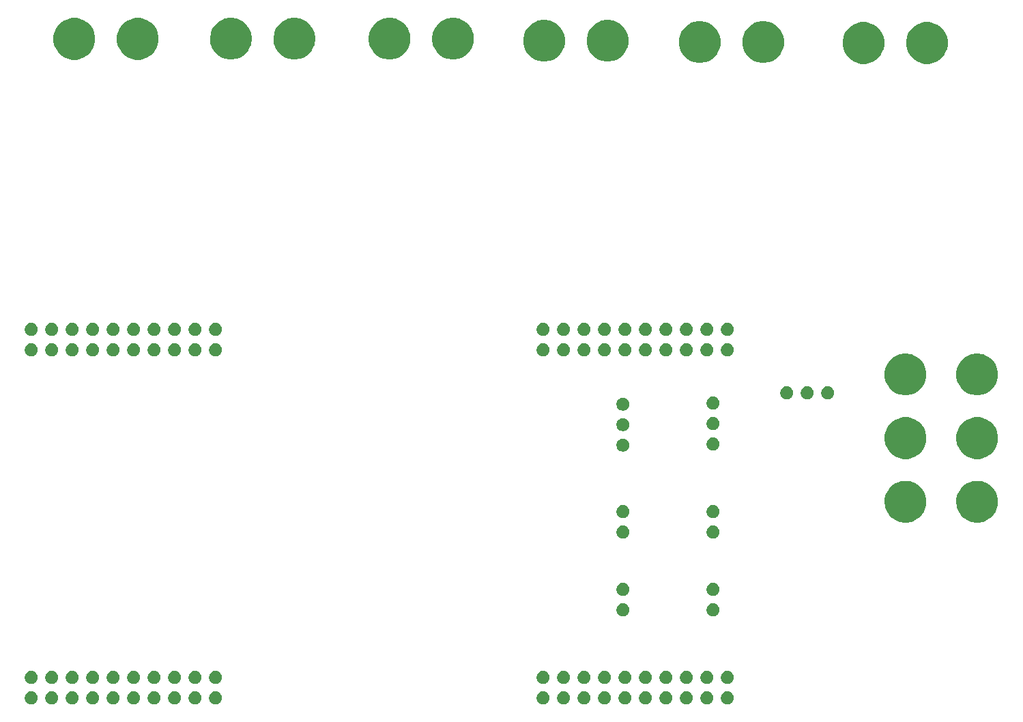
<source format=gbr>
G04 #@! TF.GenerationSoftware,KiCad,Pcbnew,(5.1.4)-1*
G04 #@! TF.CreationDate,2020-11-26T11:17:14-06:00*
G04 #@! TF.ProjectId,ScienceMotorController,53636965-6e63-4654-9d6f-746f72436f6e,rev?*
G04 #@! TF.SameCoordinates,Original*
G04 #@! TF.FileFunction,Soldermask,Bot*
G04 #@! TF.FilePolarity,Negative*
%FSLAX46Y46*%
G04 Gerber Fmt 4.6, Leading zero omitted, Abs format (unit mm)*
G04 Created by KiCad (PCBNEW (5.1.4)-1) date 2020-11-26 11:17:14*
%MOMM*%
%LPD*%
G04 APERTURE LIST*
%ADD10C,0.100000*%
G04 APERTURE END LIST*
D10*
G36*
X58910560Y-131554166D02*
G01*
X59058153Y-131615301D01*
X59190982Y-131704055D01*
X59303945Y-131817018D01*
X59392699Y-131949847D01*
X59453834Y-132097440D01*
X59485000Y-132254123D01*
X59485000Y-132413877D01*
X59453834Y-132570560D01*
X59392699Y-132718153D01*
X59303945Y-132850982D01*
X59190982Y-132963945D01*
X59058153Y-133052699D01*
X59058152Y-133052700D01*
X59058151Y-133052700D01*
X58910560Y-133113834D01*
X58753878Y-133145000D01*
X58594122Y-133145000D01*
X58437440Y-133113834D01*
X58289849Y-133052700D01*
X58289848Y-133052700D01*
X58289847Y-133052699D01*
X58157018Y-132963945D01*
X58044055Y-132850982D01*
X57955301Y-132718153D01*
X57894166Y-132570560D01*
X57863000Y-132413877D01*
X57863000Y-132254123D01*
X57894166Y-132097440D01*
X57955301Y-131949847D01*
X58044055Y-131817018D01*
X58157018Y-131704055D01*
X58289847Y-131615301D01*
X58437440Y-131554166D01*
X58594122Y-131523000D01*
X58753878Y-131523000D01*
X58910560Y-131554166D01*
X58910560Y-131554166D01*
G37*
G36*
X117330560Y-131554166D02*
G01*
X117478153Y-131615301D01*
X117610982Y-131704055D01*
X117723945Y-131817018D01*
X117812699Y-131949847D01*
X117873834Y-132097440D01*
X117905000Y-132254123D01*
X117905000Y-132413877D01*
X117873834Y-132570560D01*
X117812699Y-132718153D01*
X117723945Y-132850982D01*
X117610982Y-132963945D01*
X117478153Y-133052699D01*
X117478152Y-133052700D01*
X117478151Y-133052700D01*
X117330560Y-133113834D01*
X117173878Y-133145000D01*
X117014122Y-133145000D01*
X116857440Y-133113834D01*
X116709849Y-133052700D01*
X116709848Y-133052700D01*
X116709847Y-133052699D01*
X116577018Y-132963945D01*
X116464055Y-132850982D01*
X116375301Y-132718153D01*
X116314166Y-132570560D01*
X116283000Y-132413877D01*
X116283000Y-132254123D01*
X116314166Y-132097440D01*
X116375301Y-131949847D01*
X116464055Y-131817018D01*
X116577018Y-131704055D01*
X116709847Y-131615301D01*
X116857440Y-131554166D01*
X117014122Y-131523000D01*
X117173878Y-131523000D01*
X117330560Y-131554166D01*
X117330560Y-131554166D01*
G37*
G36*
X99550560Y-131554166D02*
G01*
X99698153Y-131615301D01*
X99830982Y-131704055D01*
X99943945Y-131817018D01*
X100032699Y-131949847D01*
X100093834Y-132097440D01*
X100125000Y-132254123D01*
X100125000Y-132413877D01*
X100093834Y-132570560D01*
X100032699Y-132718153D01*
X99943945Y-132850982D01*
X99830982Y-132963945D01*
X99698153Y-133052699D01*
X99698152Y-133052700D01*
X99698151Y-133052700D01*
X99550560Y-133113834D01*
X99393878Y-133145000D01*
X99234122Y-133145000D01*
X99077440Y-133113834D01*
X98929849Y-133052700D01*
X98929848Y-133052700D01*
X98929847Y-133052699D01*
X98797018Y-132963945D01*
X98684055Y-132850982D01*
X98595301Y-132718153D01*
X98534166Y-132570560D01*
X98503000Y-132413877D01*
X98503000Y-132254123D01*
X98534166Y-132097440D01*
X98595301Y-131949847D01*
X98684055Y-131817018D01*
X98797018Y-131704055D01*
X98929847Y-131615301D01*
X99077440Y-131554166D01*
X99234122Y-131523000D01*
X99393878Y-131523000D01*
X99550560Y-131554166D01*
X99550560Y-131554166D01*
G37*
G36*
X114790560Y-131554166D02*
G01*
X114938153Y-131615301D01*
X115070982Y-131704055D01*
X115183945Y-131817018D01*
X115272699Y-131949847D01*
X115333834Y-132097440D01*
X115365000Y-132254123D01*
X115365000Y-132413877D01*
X115333834Y-132570560D01*
X115272699Y-132718153D01*
X115183945Y-132850982D01*
X115070982Y-132963945D01*
X114938153Y-133052699D01*
X114938152Y-133052700D01*
X114938151Y-133052700D01*
X114790560Y-133113834D01*
X114633878Y-133145000D01*
X114474122Y-133145000D01*
X114317440Y-133113834D01*
X114169849Y-133052700D01*
X114169848Y-133052700D01*
X114169847Y-133052699D01*
X114037018Y-132963945D01*
X113924055Y-132850982D01*
X113835301Y-132718153D01*
X113774166Y-132570560D01*
X113743000Y-132413877D01*
X113743000Y-132254123D01*
X113774166Y-132097440D01*
X113835301Y-131949847D01*
X113924055Y-131817018D01*
X114037018Y-131704055D01*
X114169847Y-131615301D01*
X114317440Y-131554166D01*
X114474122Y-131523000D01*
X114633878Y-131523000D01*
X114790560Y-131554166D01*
X114790560Y-131554166D01*
G37*
G36*
X119870560Y-131554166D02*
G01*
X120018153Y-131615301D01*
X120150982Y-131704055D01*
X120263945Y-131817018D01*
X120352699Y-131949847D01*
X120413834Y-132097440D01*
X120445000Y-132254123D01*
X120445000Y-132413877D01*
X120413834Y-132570560D01*
X120352699Y-132718153D01*
X120263945Y-132850982D01*
X120150982Y-132963945D01*
X120018153Y-133052699D01*
X120018152Y-133052700D01*
X120018151Y-133052700D01*
X119870560Y-133113834D01*
X119713878Y-133145000D01*
X119554122Y-133145000D01*
X119397440Y-133113834D01*
X119249849Y-133052700D01*
X119249848Y-133052700D01*
X119249847Y-133052699D01*
X119117018Y-132963945D01*
X119004055Y-132850982D01*
X118915301Y-132718153D01*
X118854166Y-132570560D01*
X118823000Y-132413877D01*
X118823000Y-132254123D01*
X118854166Y-132097440D01*
X118915301Y-131949847D01*
X119004055Y-131817018D01*
X119117018Y-131704055D01*
X119249847Y-131615301D01*
X119397440Y-131554166D01*
X119554122Y-131523000D01*
X119713878Y-131523000D01*
X119870560Y-131554166D01*
X119870560Y-131554166D01*
G37*
G36*
X102090560Y-131554166D02*
G01*
X102238153Y-131615301D01*
X102370982Y-131704055D01*
X102483945Y-131817018D01*
X102572699Y-131949847D01*
X102633834Y-132097440D01*
X102665000Y-132254123D01*
X102665000Y-132413877D01*
X102633834Y-132570560D01*
X102572699Y-132718153D01*
X102483945Y-132850982D01*
X102370982Y-132963945D01*
X102238153Y-133052699D01*
X102238152Y-133052700D01*
X102238151Y-133052700D01*
X102090560Y-133113834D01*
X101933878Y-133145000D01*
X101774122Y-133145000D01*
X101617440Y-133113834D01*
X101469849Y-133052700D01*
X101469848Y-133052700D01*
X101469847Y-133052699D01*
X101337018Y-132963945D01*
X101224055Y-132850982D01*
X101135301Y-132718153D01*
X101074166Y-132570560D01*
X101043000Y-132413877D01*
X101043000Y-132254123D01*
X101074166Y-132097440D01*
X101135301Y-131949847D01*
X101224055Y-131817018D01*
X101337018Y-131704055D01*
X101469847Y-131615301D01*
X101617440Y-131554166D01*
X101774122Y-131523000D01*
X101933878Y-131523000D01*
X102090560Y-131554166D01*
X102090560Y-131554166D01*
G37*
G36*
X104630560Y-131554166D02*
G01*
X104778153Y-131615301D01*
X104910982Y-131704055D01*
X105023945Y-131817018D01*
X105112699Y-131949847D01*
X105173834Y-132097440D01*
X105205000Y-132254123D01*
X105205000Y-132413877D01*
X105173834Y-132570560D01*
X105112699Y-132718153D01*
X105023945Y-132850982D01*
X104910982Y-132963945D01*
X104778153Y-133052699D01*
X104778152Y-133052700D01*
X104778151Y-133052700D01*
X104630560Y-133113834D01*
X104473878Y-133145000D01*
X104314122Y-133145000D01*
X104157440Y-133113834D01*
X104009849Y-133052700D01*
X104009848Y-133052700D01*
X104009847Y-133052699D01*
X103877018Y-132963945D01*
X103764055Y-132850982D01*
X103675301Y-132718153D01*
X103614166Y-132570560D01*
X103583000Y-132413877D01*
X103583000Y-132254123D01*
X103614166Y-132097440D01*
X103675301Y-131949847D01*
X103764055Y-131817018D01*
X103877018Y-131704055D01*
X104009847Y-131615301D01*
X104157440Y-131554166D01*
X104314122Y-131523000D01*
X104473878Y-131523000D01*
X104630560Y-131554166D01*
X104630560Y-131554166D01*
G37*
G36*
X107170560Y-131554166D02*
G01*
X107318153Y-131615301D01*
X107450982Y-131704055D01*
X107563945Y-131817018D01*
X107652699Y-131949847D01*
X107713834Y-132097440D01*
X107745000Y-132254123D01*
X107745000Y-132413877D01*
X107713834Y-132570560D01*
X107652699Y-132718153D01*
X107563945Y-132850982D01*
X107450982Y-132963945D01*
X107318153Y-133052699D01*
X107318152Y-133052700D01*
X107318151Y-133052700D01*
X107170560Y-133113834D01*
X107013878Y-133145000D01*
X106854122Y-133145000D01*
X106697440Y-133113834D01*
X106549849Y-133052700D01*
X106549848Y-133052700D01*
X106549847Y-133052699D01*
X106417018Y-132963945D01*
X106304055Y-132850982D01*
X106215301Y-132718153D01*
X106154166Y-132570560D01*
X106123000Y-132413877D01*
X106123000Y-132254123D01*
X106154166Y-132097440D01*
X106215301Y-131949847D01*
X106304055Y-131817018D01*
X106417018Y-131704055D01*
X106549847Y-131615301D01*
X106697440Y-131554166D01*
X106854122Y-131523000D01*
X107013878Y-131523000D01*
X107170560Y-131554166D01*
X107170560Y-131554166D01*
G37*
G36*
X109710560Y-131554166D02*
G01*
X109858153Y-131615301D01*
X109990982Y-131704055D01*
X110103945Y-131817018D01*
X110192699Y-131949847D01*
X110253834Y-132097440D01*
X110285000Y-132254123D01*
X110285000Y-132413877D01*
X110253834Y-132570560D01*
X110192699Y-132718153D01*
X110103945Y-132850982D01*
X109990982Y-132963945D01*
X109858153Y-133052699D01*
X109858152Y-133052700D01*
X109858151Y-133052700D01*
X109710560Y-133113834D01*
X109553878Y-133145000D01*
X109394122Y-133145000D01*
X109237440Y-133113834D01*
X109089849Y-133052700D01*
X109089848Y-133052700D01*
X109089847Y-133052699D01*
X108957018Y-132963945D01*
X108844055Y-132850982D01*
X108755301Y-132718153D01*
X108694166Y-132570560D01*
X108663000Y-132413877D01*
X108663000Y-132254123D01*
X108694166Y-132097440D01*
X108755301Y-131949847D01*
X108844055Y-131817018D01*
X108957018Y-131704055D01*
X109089847Y-131615301D01*
X109237440Y-131554166D01*
X109394122Y-131523000D01*
X109553878Y-131523000D01*
X109710560Y-131554166D01*
X109710560Y-131554166D01*
G37*
G36*
X112250560Y-131554166D02*
G01*
X112398153Y-131615301D01*
X112530982Y-131704055D01*
X112643945Y-131817018D01*
X112732699Y-131949847D01*
X112793834Y-132097440D01*
X112825000Y-132254123D01*
X112825000Y-132413877D01*
X112793834Y-132570560D01*
X112732699Y-132718153D01*
X112643945Y-132850982D01*
X112530982Y-132963945D01*
X112398153Y-133052699D01*
X112398152Y-133052700D01*
X112398151Y-133052700D01*
X112250560Y-133113834D01*
X112093878Y-133145000D01*
X111934122Y-133145000D01*
X111777440Y-133113834D01*
X111629849Y-133052700D01*
X111629848Y-133052700D01*
X111629847Y-133052699D01*
X111497018Y-132963945D01*
X111384055Y-132850982D01*
X111295301Y-132718153D01*
X111234166Y-132570560D01*
X111203000Y-132413877D01*
X111203000Y-132254123D01*
X111234166Y-132097440D01*
X111295301Y-131949847D01*
X111384055Y-131817018D01*
X111497018Y-131704055D01*
X111629847Y-131615301D01*
X111777440Y-131554166D01*
X111934122Y-131523000D01*
X112093878Y-131523000D01*
X112250560Y-131554166D01*
X112250560Y-131554166D01*
G37*
G36*
X56370560Y-131554166D02*
G01*
X56518153Y-131615301D01*
X56650982Y-131704055D01*
X56763945Y-131817018D01*
X56852699Y-131949847D01*
X56913834Y-132097440D01*
X56945000Y-132254123D01*
X56945000Y-132413877D01*
X56913834Y-132570560D01*
X56852699Y-132718153D01*
X56763945Y-132850982D01*
X56650982Y-132963945D01*
X56518153Y-133052699D01*
X56518152Y-133052700D01*
X56518151Y-133052700D01*
X56370560Y-133113834D01*
X56213878Y-133145000D01*
X56054122Y-133145000D01*
X55897440Y-133113834D01*
X55749849Y-133052700D01*
X55749848Y-133052700D01*
X55749847Y-133052699D01*
X55617018Y-132963945D01*
X55504055Y-132850982D01*
X55415301Y-132718153D01*
X55354166Y-132570560D01*
X55323000Y-132413877D01*
X55323000Y-132254123D01*
X55354166Y-132097440D01*
X55415301Y-131949847D01*
X55504055Y-131817018D01*
X55617018Y-131704055D01*
X55749847Y-131615301D01*
X55897440Y-131554166D01*
X56054122Y-131523000D01*
X56213878Y-131523000D01*
X56370560Y-131554166D01*
X56370560Y-131554166D01*
G37*
G36*
X36050560Y-131554166D02*
G01*
X36198153Y-131615301D01*
X36330982Y-131704055D01*
X36443945Y-131817018D01*
X36532699Y-131949847D01*
X36593834Y-132097440D01*
X36625000Y-132254123D01*
X36625000Y-132413877D01*
X36593834Y-132570560D01*
X36532699Y-132718153D01*
X36443945Y-132850982D01*
X36330982Y-132963945D01*
X36198153Y-133052699D01*
X36198152Y-133052700D01*
X36198151Y-133052700D01*
X36050560Y-133113834D01*
X35893878Y-133145000D01*
X35734122Y-133145000D01*
X35577440Y-133113834D01*
X35429849Y-133052700D01*
X35429848Y-133052700D01*
X35429847Y-133052699D01*
X35297018Y-132963945D01*
X35184055Y-132850982D01*
X35095301Y-132718153D01*
X35034166Y-132570560D01*
X35003000Y-132413877D01*
X35003000Y-132254123D01*
X35034166Y-132097440D01*
X35095301Y-131949847D01*
X35184055Y-131817018D01*
X35297018Y-131704055D01*
X35429847Y-131615301D01*
X35577440Y-131554166D01*
X35734122Y-131523000D01*
X35893878Y-131523000D01*
X36050560Y-131554166D01*
X36050560Y-131554166D01*
G37*
G36*
X38590560Y-131554166D02*
G01*
X38738153Y-131615301D01*
X38870982Y-131704055D01*
X38983945Y-131817018D01*
X39072699Y-131949847D01*
X39133834Y-132097440D01*
X39165000Y-132254123D01*
X39165000Y-132413877D01*
X39133834Y-132570560D01*
X39072699Y-132718153D01*
X38983945Y-132850982D01*
X38870982Y-132963945D01*
X38738153Y-133052699D01*
X38738152Y-133052700D01*
X38738151Y-133052700D01*
X38590560Y-133113834D01*
X38433878Y-133145000D01*
X38274122Y-133145000D01*
X38117440Y-133113834D01*
X37969849Y-133052700D01*
X37969848Y-133052700D01*
X37969847Y-133052699D01*
X37837018Y-132963945D01*
X37724055Y-132850982D01*
X37635301Y-132718153D01*
X37574166Y-132570560D01*
X37543000Y-132413877D01*
X37543000Y-132254123D01*
X37574166Y-132097440D01*
X37635301Y-131949847D01*
X37724055Y-131817018D01*
X37837018Y-131704055D01*
X37969847Y-131615301D01*
X38117440Y-131554166D01*
X38274122Y-131523000D01*
X38433878Y-131523000D01*
X38590560Y-131554166D01*
X38590560Y-131554166D01*
G37*
G36*
X41130560Y-131554166D02*
G01*
X41278153Y-131615301D01*
X41410982Y-131704055D01*
X41523945Y-131817018D01*
X41612699Y-131949847D01*
X41673834Y-132097440D01*
X41705000Y-132254123D01*
X41705000Y-132413877D01*
X41673834Y-132570560D01*
X41612699Y-132718153D01*
X41523945Y-132850982D01*
X41410982Y-132963945D01*
X41278153Y-133052699D01*
X41278152Y-133052700D01*
X41278151Y-133052700D01*
X41130560Y-133113834D01*
X40973878Y-133145000D01*
X40814122Y-133145000D01*
X40657440Y-133113834D01*
X40509849Y-133052700D01*
X40509848Y-133052700D01*
X40509847Y-133052699D01*
X40377018Y-132963945D01*
X40264055Y-132850982D01*
X40175301Y-132718153D01*
X40114166Y-132570560D01*
X40083000Y-132413877D01*
X40083000Y-132254123D01*
X40114166Y-132097440D01*
X40175301Y-131949847D01*
X40264055Y-131817018D01*
X40377018Y-131704055D01*
X40509847Y-131615301D01*
X40657440Y-131554166D01*
X40814122Y-131523000D01*
X40973878Y-131523000D01*
X41130560Y-131554166D01*
X41130560Y-131554166D01*
G37*
G36*
X43670560Y-131554166D02*
G01*
X43818153Y-131615301D01*
X43950982Y-131704055D01*
X44063945Y-131817018D01*
X44152699Y-131949847D01*
X44213834Y-132097440D01*
X44245000Y-132254123D01*
X44245000Y-132413877D01*
X44213834Y-132570560D01*
X44152699Y-132718153D01*
X44063945Y-132850982D01*
X43950982Y-132963945D01*
X43818153Y-133052699D01*
X43818152Y-133052700D01*
X43818151Y-133052700D01*
X43670560Y-133113834D01*
X43513878Y-133145000D01*
X43354122Y-133145000D01*
X43197440Y-133113834D01*
X43049849Y-133052700D01*
X43049848Y-133052700D01*
X43049847Y-133052699D01*
X42917018Y-132963945D01*
X42804055Y-132850982D01*
X42715301Y-132718153D01*
X42654166Y-132570560D01*
X42623000Y-132413877D01*
X42623000Y-132254123D01*
X42654166Y-132097440D01*
X42715301Y-131949847D01*
X42804055Y-131817018D01*
X42917018Y-131704055D01*
X43049847Y-131615301D01*
X43197440Y-131554166D01*
X43354122Y-131523000D01*
X43513878Y-131523000D01*
X43670560Y-131554166D01*
X43670560Y-131554166D01*
G37*
G36*
X46210560Y-131554166D02*
G01*
X46358153Y-131615301D01*
X46490982Y-131704055D01*
X46603945Y-131817018D01*
X46692699Y-131949847D01*
X46753834Y-132097440D01*
X46785000Y-132254123D01*
X46785000Y-132413877D01*
X46753834Y-132570560D01*
X46692699Y-132718153D01*
X46603945Y-132850982D01*
X46490982Y-132963945D01*
X46358153Y-133052699D01*
X46358152Y-133052700D01*
X46358151Y-133052700D01*
X46210560Y-133113834D01*
X46053878Y-133145000D01*
X45894122Y-133145000D01*
X45737440Y-133113834D01*
X45589849Y-133052700D01*
X45589848Y-133052700D01*
X45589847Y-133052699D01*
X45457018Y-132963945D01*
X45344055Y-132850982D01*
X45255301Y-132718153D01*
X45194166Y-132570560D01*
X45163000Y-132413877D01*
X45163000Y-132254123D01*
X45194166Y-132097440D01*
X45255301Y-131949847D01*
X45344055Y-131817018D01*
X45457018Y-131704055D01*
X45589847Y-131615301D01*
X45737440Y-131554166D01*
X45894122Y-131523000D01*
X46053878Y-131523000D01*
X46210560Y-131554166D01*
X46210560Y-131554166D01*
G37*
G36*
X48750560Y-131554166D02*
G01*
X48898153Y-131615301D01*
X49030982Y-131704055D01*
X49143945Y-131817018D01*
X49232699Y-131949847D01*
X49293834Y-132097440D01*
X49325000Y-132254123D01*
X49325000Y-132413877D01*
X49293834Y-132570560D01*
X49232699Y-132718153D01*
X49143945Y-132850982D01*
X49030982Y-132963945D01*
X48898153Y-133052699D01*
X48898152Y-133052700D01*
X48898151Y-133052700D01*
X48750560Y-133113834D01*
X48593878Y-133145000D01*
X48434122Y-133145000D01*
X48277440Y-133113834D01*
X48129849Y-133052700D01*
X48129848Y-133052700D01*
X48129847Y-133052699D01*
X47997018Y-132963945D01*
X47884055Y-132850982D01*
X47795301Y-132718153D01*
X47734166Y-132570560D01*
X47703000Y-132413877D01*
X47703000Y-132254123D01*
X47734166Y-132097440D01*
X47795301Y-131949847D01*
X47884055Y-131817018D01*
X47997018Y-131704055D01*
X48129847Y-131615301D01*
X48277440Y-131554166D01*
X48434122Y-131523000D01*
X48593878Y-131523000D01*
X48750560Y-131554166D01*
X48750560Y-131554166D01*
G37*
G36*
X51290560Y-131554166D02*
G01*
X51438153Y-131615301D01*
X51570982Y-131704055D01*
X51683945Y-131817018D01*
X51772699Y-131949847D01*
X51833834Y-132097440D01*
X51865000Y-132254123D01*
X51865000Y-132413877D01*
X51833834Y-132570560D01*
X51772699Y-132718153D01*
X51683945Y-132850982D01*
X51570982Y-132963945D01*
X51438153Y-133052699D01*
X51438152Y-133052700D01*
X51438151Y-133052700D01*
X51290560Y-133113834D01*
X51133878Y-133145000D01*
X50974122Y-133145000D01*
X50817440Y-133113834D01*
X50669849Y-133052700D01*
X50669848Y-133052700D01*
X50669847Y-133052699D01*
X50537018Y-132963945D01*
X50424055Y-132850982D01*
X50335301Y-132718153D01*
X50274166Y-132570560D01*
X50243000Y-132413877D01*
X50243000Y-132254123D01*
X50274166Y-132097440D01*
X50335301Y-131949847D01*
X50424055Y-131817018D01*
X50537018Y-131704055D01*
X50669847Y-131615301D01*
X50817440Y-131554166D01*
X50974122Y-131523000D01*
X51133878Y-131523000D01*
X51290560Y-131554166D01*
X51290560Y-131554166D01*
G37*
G36*
X53830560Y-131554166D02*
G01*
X53978153Y-131615301D01*
X54110982Y-131704055D01*
X54223945Y-131817018D01*
X54312699Y-131949847D01*
X54373834Y-132097440D01*
X54405000Y-132254123D01*
X54405000Y-132413877D01*
X54373834Y-132570560D01*
X54312699Y-132718153D01*
X54223945Y-132850982D01*
X54110982Y-132963945D01*
X53978153Y-133052699D01*
X53978152Y-133052700D01*
X53978151Y-133052700D01*
X53830560Y-133113834D01*
X53673878Y-133145000D01*
X53514122Y-133145000D01*
X53357440Y-133113834D01*
X53209849Y-133052700D01*
X53209848Y-133052700D01*
X53209847Y-133052699D01*
X53077018Y-132963945D01*
X52964055Y-132850982D01*
X52875301Y-132718153D01*
X52814166Y-132570560D01*
X52783000Y-132413877D01*
X52783000Y-132254123D01*
X52814166Y-132097440D01*
X52875301Y-131949847D01*
X52964055Y-131817018D01*
X53077018Y-131704055D01*
X53209847Y-131615301D01*
X53357440Y-131554166D01*
X53514122Y-131523000D01*
X53673878Y-131523000D01*
X53830560Y-131554166D01*
X53830560Y-131554166D01*
G37*
G36*
X122410560Y-131554166D02*
G01*
X122558153Y-131615301D01*
X122690982Y-131704055D01*
X122803945Y-131817018D01*
X122892699Y-131949847D01*
X122953834Y-132097440D01*
X122985000Y-132254123D01*
X122985000Y-132413877D01*
X122953834Y-132570560D01*
X122892699Y-132718153D01*
X122803945Y-132850982D01*
X122690982Y-132963945D01*
X122558153Y-133052699D01*
X122558152Y-133052700D01*
X122558151Y-133052700D01*
X122410560Y-133113834D01*
X122253878Y-133145000D01*
X122094122Y-133145000D01*
X121937440Y-133113834D01*
X121789849Y-133052700D01*
X121789848Y-133052700D01*
X121789847Y-133052699D01*
X121657018Y-132963945D01*
X121544055Y-132850982D01*
X121455301Y-132718153D01*
X121394166Y-132570560D01*
X121363000Y-132413877D01*
X121363000Y-132254123D01*
X121394166Y-132097440D01*
X121455301Y-131949847D01*
X121544055Y-131817018D01*
X121657018Y-131704055D01*
X121789847Y-131615301D01*
X121937440Y-131554166D01*
X122094122Y-131523000D01*
X122253878Y-131523000D01*
X122410560Y-131554166D01*
X122410560Y-131554166D01*
G37*
G36*
X38590560Y-129014166D02*
G01*
X38738153Y-129075301D01*
X38870982Y-129164055D01*
X38983945Y-129277018D01*
X39072699Y-129409847D01*
X39133834Y-129557440D01*
X39165000Y-129714123D01*
X39165000Y-129873877D01*
X39133834Y-130030560D01*
X39072699Y-130178153D01*
X38983945Y-130310982D01*
X38870982Y-130423945D01*
X38738153Y-130512699D01*
X38738152Y-130512700D01*
X38738151Y-130512700D01*
X38590560Y-130573834D01*
X38433878Y-130605000D01*
X38274122Y-130605000D01*
X38117440Y-130573834D01*
X37969849Y-130512700D01*
X37969848Y-130512700D01*
X37969847Y-130512699D01*
X37837018Y-130423945D01*
X37724055Y-130310982D01*
X37635301Y-130178153D01*
X37574166Y-130030560D01*
X37543000Y-129873877D01*
X37543000Y-129714123D01*
X37574166Y-129557440D01*
X37635301Y-129409847D01*
X37724055Y-129277018D01*
X37837018Y-129164055D01*
X37969847Y-129075301D01*
X38117440Y-129014166D01*
X38274122Y-128983000D01*
X38433878Y-128983000D01*
X38590560Y-129014166D01*
X38590560Y-129014166D01*
G37*
G36*
X104630560Y-129014166D02*
G01*
X104778153Y-129075301D01*
X104910982Y-129164055D01*
X105023945Y-129277018D01*
X105112699Y-129409847D01*
X105173834Y-129557440D01*
X105205000Y-129714123D01*
X105205000Y-129873877D01*
X105173834Y-130030560D01*
X105112699Y-130178153D01*
X105023945Y-130310982D01*
X104910982Y-130423945D01*
X104778153Y-130512699D01*
X104778152Y-130512700D01*
X104778151Y-130512700D01*
X104630560Y-130573834D01*
X104473878Y-130605000D01*
X104314122Y-130605000D01*
X104157440Y-130573834D01*
X104009849Y-130512700D01*
X104009848Y-130512700D01*
X104009847Y-130512699D01*
X103877018Y-130423945D01*
X103764055Y-130310982D01*
X103675301Y-130178153D01*
X103614166Y-130030560D01*
X103583000Y-129873877D01*
X103583000Y-129714123D01*
X103614166Y-129557440D01*
X103675301Y-129409847D01*
X103764055Y-129277018D01*
X103877018Y-129164055D01*
X104009847Y-129075301D01*
X104157440Y-129014166D01*
X104314122Y-128983000D01*
X104473878Y-128983000D01*
X104630560Y-129014166D01*
X104630560Y-129014166D01*
G37*
G36*
X36050560Y-129014166D02*
G01*
X36198153Y-129075301D01*
X36330982Y-129164055D01*
X36443945Y-129277018D01*
X36532699Y-129409847D01*
X36593834Y-129557440D01*
X36625000Y-129714123D01*
X36625000Y-129873877D01*
X36593834Y-130030560D01*
X36532699Y-130178153D01*
X36443945Y-130310982D01*
X36330982Y-130423945D01*
X36198153Y-130512699D01*
X36198152Y-130512700D01*
X36198151Y-130512700D01*
X36050560Y-130573834D01*
X35893878Y-130605000D01*
X35734122Y-130605000D01*
X35577440Y-130573834D01*
X35429849Y-130512700D01*
X35429848Y-130512700D01*
X35429847Y-130512699D01*
X35297018Y-130423945D01*
X35184055Y-130310982D01*
X35095301Y-130178153D01*
X35034166Y-130030560D01*
X35003000Y-129873877D01*
X35003000Y-129714123D01*
X35034166Y-129557440D01*
X35095301Y-129409847D01*
X35184055Y-129277018D01*
X35297018Y-129164055D01*
X35429847Y-129075301D01*
X35577440Y-129014166D01*
X35734122Y-128983000D01*
X35893878Y-128983000D01*
X36050560Y-129014166D01*
X36050560Y-129014166D01*
G37*
G36*
X99550560Y-129014166D02*
G01*
X99698153Y-129075301D01*
X99830982Y-129164055D01*
X99943945Y-129277018D01*
X100032699Y-129409847D01*
X100093834Y-129557440D01*
X100125000Y-129714123D01*
X100125000Y-129873877D01*
X100093834Y-130030560D01*
X100032699Y-130178153D01*
X99943945Y-130310982D01*
X99830982Y-130423945D01*
X99698153Y-130512699D01*
X99698152Y-130512700D01*
X99698151Y-130512700D01*
X99550560Y-130573834D01*
X99393878Y-130605000D01*
X99234122Y-130605000D01*
X99077440Y-130573834D01*
X98929849Y-130512700D01*
X98929848Y-130512700D01*
X98929847Y-130512699D01*
X98797018Y-130423945D01*
X98684055Y-130310982D01*
X98595301Y-130178153D01*
X98534166Y-130030560D01*
X98503000Y-129873877D01*
X98503000Y-129714123D01*
X98534166Y-129557440D01*
X98595301Y-129409847D01*
X98684055Y-129277018D01*
X98797018Y-129164055D01*
X98929847Y-129075301D01*
X99077440Y-129014166D01*
X99234122Y-128983000D01*
X99393878Y-128983000D01*
X99550560Y-129014166D01*
X99550560Y-129014166D01*
G37*
G36*
X102090560Y-129014166D02*
G01*
X102238153Y-129075301D01*
X102370982Y-129164055D01*
X102483945Y-129277018D01*
X102572699Y-129409847D01*
X102633834Y-129557440D01*
X102665000Y-129714123D01*
X102665000Y-129873877D01*
X102633834Y-130030560D01*
X102572699Y-130178153D01*
X102483945Y-130310982D01*
X102370982Y-130423945D01*
X102238153Y-130512699D01*
X102238152Y-130512700D01*
X102238151Y-130512700D01*
X102090560Y-130573834D01*
X101933878Y-130605000D01*
X101774122Y-130605000D01*
X101617440Y-130573834D01*
X101469849Y-130512700D01*
X101469848Y-130512700D01*
X101469847Y-130512699D01*
X101337018Y-130423945D01*
X101224055Y-130310982D01*
X101135301Y-130178153D01*
X101074166Y-130030560D01*
X101043000Y-129873877D01*
X101043000Y-129714123D01*
X101074166Y-129557440D01*
X101135301Y-129409847D01*
X101224055Y-129277018D01*
X101337018Y-129164055D01*
X101469847Y-129075301D01*
X101617440Y-129014166D01*
X101774122Y-128983000D01*
X101933878Y-128983000D01*
X102090560Y-129014166D01*
X102090560Y-129014166D01*
G37*
G36*
X107170560Y-129014166D02*
G01*
X107318153Y-129075301D01*
X107450982Y-129164055D01*
X107563945Y-129277018D01*
X107652699Y-129409847D01*
X107713834Y-129557440D01*
X107745000Y-129714123D01*
X107745000Y-129873877D01*
X107713834Y-130030560D01*
X107652699Y-130178153D01*
X107563945Y-130310982D01*
X107450982Y-130423945D01*
X107318153Y-130512699D01*
X107318152Y-130512700D01*
X107318151Y-130512700D01*
X107170560Y-130573834D01*
X107013878Y-130605000D01*
X106854122Y-130605000D01*
X106697440Y-130573834D01*
X106549849Y-130512700D01*
X106549848Y-130512700D01*
X106549847Y-130512699D01*
X106417018Y-130423945D01*
X106304055Y-130310982D01*
X106215301Y-130178153D01*
X106154166Y-130030560D01*
X106123000Y-129873877D01*
X106123000Y-129714123D01*
X106154166Y-129557440D01*
X106215301Y-129409847D01*
X106304055Y-129277018D01*
X106417018Y-129164055D01*
X106549847Y-129075301D01*
X106697440Y-129014166D01*
X106854122Y-128983000D01*
X107013878Y-128983000D01*
X107170560Y-129014166D01*
X107170560Y-129014166D01*
G37*
G36*
X117330560Y-129014166D02*
G01*
X117478153Y-129075301D01*
X117610982Y-129164055D01*
X117723945Y-129277018D01*
X117812699Y-129409847D01*
X117873834Y-129557440D01*
X117905000Y-129714123D01*
X117905000Y-129873877D01*
X117873834Y-130030560D01*
X117812699Y-130178153D01*
X117723945Y-130310982D01*
X117610982Y-130423945D01*
X117478153Y-130512699D01*
X117478152Y-130512700D01*
X117478151Y-130512700D01*
X117330560Y-130573834D01*
X117173878Y-130605000D01*
X117014122Y-130605000D01*
X116857440Y-130573834D01*
X116709849Y-130512700D01*
X116709848Y-130512700D01*
X116709847Y-130512699D01*
X116577018Y-130423945D01*
X116464055Y-130310982D01*
X116375301Y-130178153D01*
X116314166Y-130030560D01*
X116283000Y-129873877D01*
X116283000Y-129714123D01*
X116314166Y-129557440D01*
X116375301Y-129409847D01*
X116464055Y-129277018D01*
X116577018Y-129164055D01*
X116709847Y-129075301D01*
X116857440Y-129014166D01*
X117014122Y-128983000D01*
X117173878Y-128983000D01*
X117330560Y-129014166D01*
X117330560Y-129014166D01*
G37*
G36*
X122410560Y-129014166D02*
G01*
X122558153Y-129075301D01*
X122690982Y-129164055D01*
X122803945Y-129277018D01*
X122892699Y-129409847D01*
X122953834Y-129557440D01*
X122985000Y-129714123D01*
X122985000Y-129873877D01*
X122953834Y-130030560D01*
X122892699Y-130178153D01*
X122803945Y-130310982D01*
X122690982Y-130423945D01*
X122558153Y-130512699D01*
X122558152Y-130512700D01*
X122558151Y-130512700D01*
X122410560Y-130573834D01*
X122253878Y-130605000D01*
X122094122Y-130605000D01*
X121937440Y-130573834D01*
X121789849Y-130512700D01*
X121789848Y-130512700D01*
X121789847Y-130512699D01*
X121657018Y-130423945D01*
X121544055Y-130310982D01*
X121455301Y-130178153D01*
X121394166Y-130030560D01*
X121363000Y-129873877D01*
X121363000Y-129714123D01*
X121394166Y-129557440D01*
X121455301Y-129409847D01*
X121544055Y-129277018D01*
X121657018Y-129164055D01*
X121789847Y-129075301D01*
X121937440Y-129014166D01*
X122094122Y-128983000D01*
X122253878Y-128983000D01*
X122410560Y-129014166D01*
X122410560Y-129014166D01*
G37*
G36*
X53830560Y-129014166D02*
G01*
X53978153Y-129075301D01*
X54110982Y-129164055D01*
X54223945Y-129277018D01*
X54312699Y-129409847D01*
X54373834Y-129557440D01*
X54405000Y-129714123D01*
X54405000Y-129873877D01*
X54373834Y-130030560D01*
X54312699Y-130178153D01*
X54223945Y-130310982D01*
X54110982Y-130423945D01*
X53978153Y-130512699D01*
X53978152Y-130512700D01*
X53978151Y-130512700D01*
X53830560Y-130573834D01*
X53673878Y-130605000D01*
X53514122Y-130605000D01*
X53357440Y-130573834D01*
X53209849Y-130512700D01*
X53209848Y-130512700D01*
X53209847Y-130512699D01*
X53077018Y-130423945D01*
X52964055Y-130310982D01*
X52875301Y-130178153D01*
X52814166Y-130030560D01*
X52783000Y-129873877D01*
X52783000Y-129714123D01*
X52814166Y-129557440D01*
X52875301Y-129409847D01*
X52964055Y-129277018D01*
X53077018Y-129164055D01*
X53209847Y-129075301D01*
X53357440Y-129014166D01*
X53514122Y-128983000D01*
X53673878Y-128983000D01*
X53830560Y-129014166D01*
X53830560Y-129014166D01*
G37*
G36*
X58910560Y-129014166D02*
G01*
X59058153Y-129075301D01*
X59190982Y-129164055D01*
X59303945Y-129277018D01*
X59392699Y-129409847D01*
X59453834Y-129557440D01*
X59485000Y-129714123D01*
X59485000Y-129873877D01*
X59453834Y-130030560D01*
X59392699Y-130178153D01*
X59303945Y-130310982D01*
X59190982Y-130423945D01*
X59058153Y-130512699D01*
X59058152Y-130512700D01*
X59058151Y-130512700D01*
X58910560Y-130573834D01*
X58753878Y-130605000D01*
X58594122Y-130605000D01*
X58437440Y-130573834D01*
X58289849Y-130512700D01*
X58289848Y-130512700D01*
X58289847Y-130512699D01*
X58157018Y-130423945D01*
X58044055Y-130310982D01*
X57955301Y-130178153D01*
X57894166Y-130030560D01*
X57863000Y-129873877D01*
X57863000Y-129714123D01*
X57894166Y-129557440D01*
X57955301Y-129409847D01*
X58044055Y-129277018D01*
X58157018Y-129164055D01*
X58289847Y-129075301D01*
X58437440Y-129014166D01*
X58594122Y-128983000D01*
X58753878Y-128983000D01*
X58910560Y-129014166D01*
X58910560Y-129014166D01*
G37*
G36*
X43670560Y-129014166D02*
G01*
X43818153Y-129075301D01*
X43950982Y-129164055D01*
X44063945Y-129277018D01*
X44152699Y-129409847D01*
X44213834Y-129557440D01*
X44245000Y-129714123D01*
X44245000Y-129873877D01*
X44213834Y-130030560D01*
X44152699Y-130178153D01*
X44063945Y-130310982D01*
X43950982Y-130423945D01*
X43818153Y-130512699D01*
X43818152Y-130512700D01*
X43818151Y-130512700D01*
X43670560Y-130573834D01*
X43513878Y-130605000D01*
X43354122Y-130605000D01*
X43197440Y-130573834D01*
X43049849Y-130512700D01*
X43049848Y-130512700D01*
X43049847Y-130512699D01*
X42917018Y-130423945D01*
X42804055Y-130310982D01*
X42715301Y-130178153D01*
X42654166Y-130030560D01*
X42623000Y-129873877D01*
X42623000Y-129714123D01*
X42654166Y-129557440D01*
X42715301Y-129409847D01*
X42804055Y-129277018D01*
X42917018Y-129164055D01*
X43049847Y-129075301D01*
X43197440Y-129014166D01*
X43354122Y-128983000D01*
X43513878Y-128983000D01*
X43670560Y-129014166D01*
X43670560Y-129014166D01*
G37*
G36*
X112250560Y-129014166D02*
G01*
X112398153Y-129075301D01*
X112530982Y-129164055D01*
X112643945Y-129277018D01*
X112732699Y-129409847D01*
X112793834Y-129557440D01*
X112825000Y-129714123D01*
X112825000Y-129873877D01*
X112793834Y-130030560D01*
X112732699Y-130178153D01*
X112643945Y-130310982D01*
X112530982Y-130423945D01*
X112398153Y-130512699D01*
X112398152Y-130512700D01*
X112398151Y-130512700D01*
X112250560Y-130573834D01*
X112093878Y-130605000D01*
X111934122Y-130605000D01*
X111777440Y-130573834D01*
X111629849Y-130512700D01*
X111629848Y-130512700D01*
X111629847Y-130512699D01*
X111497018Y-130423945D01*
X111384055Y-130310982D01*
X111295301Y-130178153D01*
X111234166Y-130030560D01*
X111203000Y-129873877D01*
X111203000Y-129714123D01*
X111234166Y-129557440D01*
X111295301Y-129409847D01*
X111384055Y-129277018D01*
X111497018Y-129164055D01*
X111629847Y-129075301D01*
X111777440Y-129014166D01*
X111934122Y-128983000D01*
X112093878Y-128983000D01*
X112250560Y-129014166D01*
X112250560Y-129014166D01*
G37*
G36*
X114790560Y-129014166D02*
G01*
X114938153Y-129075301D01*
X115070982Y-129164055D01*
X115183945Y-129277018D01*
X115272699Y-129409847D01*
X115333834Y-129557440D01*
X115365000Y-129714123D01*
X115365000Y-129873877D01*
X115333834Y-130030560D01*
X115272699Y-130178153D01*
X115183945Y-130310982D01*
X115070982Y-130423945D01*
X114938153Y-130512699D01*
X114938152Y-130512700D01*
X114938151Y-130512700D01*
X114790560Y-130573834D01*
X114633878Y-130605000D01*
X114474122Y-130605000D01*
X114317440Y-130573834D01*
X114169849Y-130512700D01*
X114169848Y-130512700D01*
X114169847Y-130512699D01*
X114037018Y-130423945D01*
X113924055Y-130310982D01*
X113835301Y-130178153D01*
X113774166Y-130030560D01*
X113743000Y-129873877D01*
X113743000Y-129714123D01*
X113774166Y-129557440D01*
X113835301Y-129409847D01*
X113924055Y-129277018D01*
X114037018Y-129164055D01*
X114169847Y-129075301D01*
X114317440Y-129014166D01*
X114474122Y-128983000D01*
X114633878Y-128983000D01*
X114790560Y-129014166D01*
X114790560Y-129014166D01*
G37*
G36*
X119870560Y-129014166D02*
G01*
X120018153Y-129075301D01*
X120150982Y-129164055D01*
X120263945Y-129277018D01*
X120352699Y-129409847D01*
X120413834Y-129557440D01*
X120445000Y-129714123D01*
X120445000Y-129873877D01*
X120413834Y-130030560D01*
X120352699Y-130178153D01*
X120263945Y-130310982D01*
X120150982Y-130423945D01*
X120018153Y-130512699D01*
X120018152Y-130512700D01*
X120018151Y-130512700D01*
X119870560Y-130573834D01*
X119713878Y-130605000D01*
X119554122Y-130605000D01*
X119397440Y-130573834D01*
X119249849Y-130512700D01*
X119249848Y-130512700D01*
X119249847Y-130512699D01*
X119117018Y-130423945D01*
X119004055Y-130310982D01*
X118915301Y-130178153D01*
X118854166Y-130030560D01*
X118823000Y-129873877D01*
X118823000Y-129714123D01*
X118854166Y-129557440D01*
X118915301Y-129409847D01*
X119004055Y-129277018D01*
X119117018Y-129164055D01*
X119249847Y-129075301D01*
X119397440Y-129014166D01*
X119554122Y-128983000D01*
X119713878Y-128983000D01*
X119870560Y-129014166D01*
X119870560Y-129014166D01*
G37*
G36*
X109710560Y-129014166D02*
G01*
X109858153Y-129075301D01*
X109990982Y-129164055D01*
X110103945Y-129277018D01*
X110192699Y-129409847D01*
X110253834Y-129557440D01*
X110285000Y-129714123D01*
X110285000Y-129873877D01*
X110253834Y-130030560D01*
X110192699Y-130178153D01*
X110103945Y-130310982D01*
X109990982Y-130423945D01*
X109858153Y-130512699D01*
X109858152Y-130512700D01*
X109858151Y-130512700D01*
X109710560Y-130573834D01*
X109553878Y-130605000D01*
X109394122Y-130605000D01*
X109237440Y-130573834D01*
X109089849Y-130512700D01*
X109089848Y-130512700D01*
X109089847Y-130512699D01*
X108957018Y-130423945D01*
X108844055Y-130310982D01*
X108755301Y-130178153D01*
X108694166Y-130030560D01*
X108663000Y-129873877D01*
X108663000Y-129714123D01*
X108694166Y-129557440D01*
X108755301Y-129409847D01*
X108844055Y-129277018D01*
X108957018Y-129164055D01*
X109089847Y-129075301D01*
X109237440Y-129014166D01*
X109394122Y-128983000D01*
X109553878Y-128983000D01*
X109710560Y-129014166D01*
X109710560Y-129014166D01*
G37*
G36*
X56370560Y-129014166D02*
G01*
X56518153Y-129075301D01*
X56650982Y-129164055D01*
X56763945Y-129277018D01*
X56852699Y-129409847D01*
X56913834Y-129557440D01*
X56945000Y-129714123D01*
X56945000Y-129873877D01*
X56913834Y-130030560D01*
X56852699Y-130178153D01*
X56763945Y-130310982D01*
X56650982Y-130423945D01*
X56518153Y-130512699D01*
X56518152Y-130512700D01*
X56518151Y-130512700D01*
X56370560Y-130573834D01*
X56213878Y-130605000D01*
X56054122Y-130605000D01*
X55897440Y-130573834D01*
X55749849Y-130512700D01*
X55749848Y-130512700D01*
X55749847Y-130512699D01*
X55617018Y-130423945D01*
X55504055Y-130310982D01*
X55415301Y-130178153D01*
X55354166Y-130030560D01*
X55323000Y-129873877D01*
X55323000Y-129714123D01*
X55354166Y-129557440D01*
X55415301Y-129409847D01*
X55504055Y-129277018D01*
X55617018Y-129164055D01*
X55749847Y-129075301D01*
X55897440Y-129014166D01*
X56054122Y-128983000D01*
X56213878Y-128983000D01*
X56370560Y-129014166D01*
X56370560Y-129014166D01*
G37*
G36*
X48750560Y-129014166D02*
G01*
X48898153Y-129075301D01*
X49030982Y-129164055D01*
X49143945Y-129277018D01*
X49232699Y-129409847D01*
X49293834Y-129557440D01*
X49325000Y-129714123D01*
X49325000Y-129873877D01*
X49293834Y-130030560D01*
X49232699Y-130178153D01*
X49143945Y-130310982D01*
X49030982Y-130423945D01*
X48898153Y-130512699D01*
X48898152Y-130512700D01*
X48898151Y-130512700D01*
X48750560Y-130573834D01*
X48593878Y-130605000D01*
X48434122Y-130605000D01*
X48277440Y-130573834D01*
X48129849Y-130512700D01*
X48129848Y-130512700D01*
X48129847Y-130512699D01*
X47997018Y-130423945D01*
X47884055Y-130310982D01*
X47795301Y-130178153D01*
X47734166Y-130030560D01*
X47703000Y-129873877D01*
X47703000Y-129714123D01*
X47734166Y-129557440D01*
X47795301Y-129409847D01*
X47884055Y-129277018D01*
X47997018Y-129164055D01*
X48129847Y-129075301D01*
X48277440Y-129014166D01*
X48434122Y-128983000D01*
X48593878Y-128983000D01*
X48750560Y-129014166D01*
X48750560Y-129014166D01*
G37*
G36*
X51290560Y-129014166D02*
G01*
X51438153Y-129075301D01*
X51570982Y-129164055D01*
X51683945Y-129277018D01*
X51772699Y-129409847D01*
X51833834Y-129557440D01*
X51865000Y-129714123D01*
X51865000Y-129873877D01*
X51833834Y-130030560D01*
X51772699Y-130178153D01*
X51683945Y-130310982D01*
X51570982Y-130423945D01*
X51438153Y-130512699D01*
X51438152Y-130512700D01*
X51438151Y-130512700D01*
X51290560Y-130573834D01*
X51133878Y-130605000D01*
X50974122Y-130605000D01*
X50817440Y-130573834D01*
X50669849Y-130512700D01*
X50669848Y-130512700D01*
X50669847Y-130512699D01*
X50537018Y-130423945D01*
X50424055Y-130310982D01*
X50335301Y-130178153D01*
X50274166Y-130030560D01*
X50243000Y-129873877D01*
X50243000Y-129714123D01*
X50274166Y-129557440D01*
X50335301Y-129409847D01*
X50424055Y-129277018D01*
X50537018Y-129164055D01*
X50669847Y-129075301D01*
X50817440Y-129014166D01*
X50974122Y-128983000D01*
X51133878Y-128983000D01*
X51290560Y-129014166D01*
X51290560Y-129014166D01*
G37*
G36*
X46210560Y-129014166D02*
G01*
X46358153Y-129075301D01*
X46490982Y-129164055D01*
X46603945Y-129277018D01*
X46692699Y-129409847D01*
X46753834Y-129557440D01*
X46785000Y-129714123D01*
X46785000Y-129873877D01*
X46753834Y-130030560D01*
X46692699Y-130178153D01*
X46603945Y-130310982D01*
X46490982Y-130423945D01*
X46358153Y-130512699D01*
X46358152Y-130512700D01*
X46358151Y-130512700D01*
X46210560Y-130573834D01*
X46053878Y-130605000D01*
X45894122Y-130605000D01*
X45737440Y-130573834D01*
X45589849Y-130512700D01*
X45589848Y-130512700D01*
X45589847Y-130512699D01*
X45457018Y-130423945D01*
X45344055Y-130310982D01*
X45255301Y-130178153D01*
X45194166Y-130030560D01*
X45163000Y-129873877D01*
X45163000Y-129714123D01*
X45194166Y-129557440D01*
X45255301Y-129409847D01*
X45344055Y-129277018D01*
X45457018Y-129164055D01*
X45589847Y-129075301D01*
X45737440Y-129014166D01*
X45894122Y-128983000D01*
X46053878Y-128983000D01*
X46210560Y-129014166D01*
X46210560Y-129014166D01*
G37*
G36*
X41130560Y-129014166D02*
G01*
X41278153Y-129075301D01*
X41410982Y-129164055D01*
X41523945Y-129277018D01*
X41612699Y-129409847D01*
X41673834Y-129557440D01*
X41705000Y-129714123D01*
X41705000Y-129873877D01*
X41673834Y-130030560D01*
X41612699Y-130178153D01*
X41523945Y-130310982D01*
X41410982Y-130423945D01*
X41278153Y-130512699D01*
X41278152Y-130512700D01*
X41278151Y-130512700D01*
X41130560Y-130573834D01*
X40973878Y-130605000D01*
X40814122Y-130605000D01*
X40657440Y-130573834D01*
X40509849Y-130512700D01*
X40509848Y-130512700D01*
X40509847Y-130512699D01*
X40377018Y-130423945D01*
X40264055Y-130310982D01*
X40175301Y-130178153D01*
X40114166Y-130030560D01*
X40083000Y-129873877D01*
X40083000Y-129714123D01*
X40114166Y-129557440D01*
X40175301Y-129409847D01*
X40264055Y-129277018D01*
X40377018Y-129164055D01*
X40509847Y-129075301D01*
X40657440Y-129014166D01*
X40814122Y-128983000D01*
X40973878Y-128983000D01*
X41130560Y-129014166D01*
X41130560Y-129014166D01*
G37*
G36*
X120633142Y-120630242D02*
G01*
X120781101Y-120691529D01*
X120914255Y-120780499D01*
X121027501Y-120893745D01*
X121116471Y-121026899D01*
X121177758Y-121174858D01*
X121209000Y-121331925D01*
X121209000Y-121492075D01*
X121177758Y-121649142D01*
X121116471Y-121797101D01*
X121027501Y-121930255D01*
X120914255Y-122043501D01*
X120781101Y-122132471D01*
X120633142Y-122193758D01*
X120476075Y-122225000D01*
X120315925Y-122225000D01*
X120158858Y-122193758D01*
X120010899Y-122132471D01*
X119877745Y-122043501D01*
X119764499Y-121930255D01*
X119675529Y-121797101D01*
X119614242Y-121649142D01*
X119583000Y-121492075D01*
X119583000Y-121331925D01*
X119614242Y-121174858D01*
X119675529Y-121026899D01*
X119764499Y-120893745D01*
X119877745Y-120780499D01*
X120010899Y-120691529D01*
X120158858Y-120630242D01*
X120315925Y-120599000D01*
X120476075Y-120599000D01*
X120633142Y-120630242D01*
X120633142Y-120630242D01*
G37*
G36*
X109457142Y-120630242D02*
G01*
X109605101Y-120691529D01*
X109738255Y-120780499D01*
X109851501Y-120893745D01*
X109940471Y-121026899D01*
X110001758Y-121174858D01*
X110033000Y-121331925D01*
X110033000Y-121492075D01*
X110001758Y-121649142D01*
X109940471Y-121797101D01*
X109851501Y-121930255D01*
X109738255Y-122043501D01*
X109605101Y-122132471D01*
X109457142Y-122193758D01*
X109300075Y-122225000D01*
X109139925Y-122225000D01*
X108982858Y-122193758D01*
X108834899Y-122132471D01*
X108701745Y-122043501D01*
X108588499Y-121930255D01*
X108499529Y-121797101D01*
X108438242Y-121649142D01*
X108407000Y-121492075D01*
X108407000Y-121331925D01*
X108438242Y-121174858D01*
X108499529Y-121026899D01*
X108588499Y-120893745D01*
X108701745Y-120780499D01*
X108834899Y-120691529D01*
X108982858Y-120630242D01*
X109139925Y-120599000D01*
X109300075Y-120599000D01*
X109457142Y-120630242D01*
X109457142Y-120630242D01*
G37*
G36*
X109457142Y-118090242D02*
G01*
X109605101Y-118151529D01*
X109738255Y-118240499D01*
X109851501Y-118353745D01*
X109940471Y-118486899D01*
X110001758Y-118634858D01*
X110033000Y-118791925D01*
X110033000Y-118952075D01*
X110001758Y-119109142D01*
X109940471Y-119257101D01*
X109851501Y-119390255D01*
X109738255Y-119503501D01*
X109605101Y-119592471D01*
X109457142Y-119653758D01*
X109300075Y-119685000D01*
X109139925Y-119685000D01*
X108982858Y-119653758D01*
X108834899Y-119592471D01*
X108701745Y-119503501D01*
X108588499Y-119390255D01*
X108499529Y-119257101D01*
X108438242Y-119109142D01*
X108407000Y-118952075D01*
X108407000Y-118791925D01*
X108438242Y-118634858D01*
X108499529Y-118486899D01*
X108588499Y-118353745D01*
X108701745Y-118240499D01*
X108834899Y-118151529D01*
X108982858Y-118090242D01*
X109139925Y-118059000D01*
X109300075Y-118059000D01*
X109457142Y-118090242D01*
X109457142Y-118090242D01*
G37*
G36*
X120633142Y-118090242D02*
G01*
X120781101Y-118151529D01*
X120914255Y-118240499D01*
X121027501Y-118353745D01*
X121116471Y-118486899D01*
X121177758Y-118634858D01*
X121209000Y-118791925D01*
X121209000Y-118952075D01*
X121177758Y-119109142D01*
X121116471Y-119257101D01*
X121027501Y-119390255D01*
X120914255Y-119503501D01*
X120781101Y-119592471D01*
X120633142Y-119653758D01*
X120476075Y-119685000D01*
X120315925Y-119685000D01*
X120158858Y-119653758D01*
X120010899Y-119592471D01*
X119877745Y-119503501D01*
X119764499Y-119390255D01*
X119675529Y-119257101D01*
X119614242Y-119109142D01*
X119583000Y-118952075D01*
X119583000Y-118791925D01*
X119614242Y-118634858D01*
X119675529Y-118486899D01*
X119764499Y-118353745D01*
X119877745Y-118240499D01*
X120010899Y-118151529D01*
X120158858Y-118090242D01*
X120315925Y-118059000D01*
X120476075Y-118059000D01*
X120633142Y-118090242D01*
X120633142Y-118090242D01*
G37*
G36*
X120633142Y-110978242D02*
G01*
X120781101Y-111039529D01*
X120914255Y-111128499D01*
X121027501Y-111241745D01*
X121116471Y-111374899D01*
X121177758Y-111522858D01*
X121209000Y-111679925D01*
X121209000Y-111840075D01*
X121177758Y-111997142D01*
X121116471Y-112145101D01*
X121027501Y-112278255D01*
X120914255Y-112391501D01*
X120781101Y-112480471D01*
X120633142Y-112541758D01*
X120476075Y-112573000D01*
X120315925Y-112573000D01*
X120158858Y-112541758D01*
X120010899Y-112480471D01*
X119877745Y-112391501D01*
X119764499Y-112278255D01*
X119675529Y-112145101D01*
X119614242Y-111997142D01*
X119583000Y-111840075D01*
X119583000Y-111679925D01*
X119614242Y-111522858D01*
X119675529Y-111374899D01*
X119764499Y-111241745D01*
X119877745Y-111128499D01*
X120010899Y-111039529D01*
X120158858Y-110978242D01*
X120315925Y-110947000D01*
X120476075Y-110947000D01*
X120633142Y-110978242D01*
X120633142Y-110978242D01*
G37*
G36*
X109457142Y-110978242D02*
G01*
X109605101Y-111039529D01*
X109738255Y-111128499D01*
X109851501Y-111241745D01*
X109940471Y-111374899D01*
X110001758Y-111522858D01*
X110033000Y-111679925D01*
X110033000Y-111840075D01*
X110001758Y-111997142D01*
X109940471Y-112145101D01*
X109851501Y-112278255D01*
X109738255Y-112391501D01*
X109605101Y-112480471D01*
X109457142Y-112541758D01*
X109300075Y-112573000D01*
X109139925Y-112573000D01*
X108982858Y-112541758D01*
X108834899Y-112480471D01*
X108701745Y-112391501D01*
X108588499Y-112278255D01*
X108499529Y-112145101D01*
X108438242Y-111997142D01*
X108407000Y-111840075D01*
X108407000Y-111679925D01*
X108438242Y-111522858D01*
X108499529Y-111374899D01*
X108588499Y-111241745D01*
X108701745Y-111128499D01*
X108834899Y-111039529D01*
X108982858Y-110978242D01*
X109139925Y-110947000D01*
X109300075Y-110947000D01*
X109457142Y-110978242D01*
X109457142Y-110978242D01*
G37*
G36*
X144860908Y-105477380D02*
G01*
X145027767Y-105510570D01*
X145499299Y-105705885D01*
X145742029Y-105868073D01*
X145923666Y-105989438D01*
X146284562Y-106350334D01*
X146405927Y-106531971D01*
X146568115Y-106774701D01*
X146763430Y-107246233D01*
X146763430Y-107246234D01*
X146863000Y-107746807D01*
X146863000Y-108257193D01*
X146826987Y-108438242D01*
X146763430Y-108757767D01*
X146568115Y-109229299D01*
X146415875Y-109457142D01*
X146284562Y-109653666D01*
X145923666Y-110014562D01*
X145742029Y-110135927D01*
X145499299Y-110298115D01*
X145027767Y-110493430D01*
X144860908Y-110526620D01*
X144527193Y-110593000D01*
X144016807Y-110593000D01*
X143683092Y-110526620D01*
X143516233Y-110493430D01*
X143044701Y-110298115D01*
X142801971Y-110135927D01*
X142620334Y-110014562D01*
X142259438Y-109653666D01*
X142128125Y-109457142D01*
X141975885Y-109229299D01*
X141780570Y-108757767D01*
X141717013Y-108438242D01*
X141681000Y-108257193D01*
X141681000Y-107746807D01*
X141780570Y-107246234D01*
X141780570Y-107246233D01*
X141975885Y-106774701D01*
X142138073Y-106531971D01*
X142259438Y-106350334D01*
X142620334Y-105989438D01*
X142801971Y-105868073D01*
X143044701Y-105705885D01*
X143516233Y-105510570D01*
X143683092Y-105477380D01*
X144016807Y-105411000D01*
X144527193Y-105411000D01*
X144860908Y-105477380D01*
X144860908Y-105477380D01*
G37*
G36*
X153750908Y-105477380D02*
G01*
X153917767Y-105510570D01*
X154389299Y-105705885D01*
X154632029Y-105868073D01*
X154813666Y-105989438D01*
X155174562Y-106350334D01*
X155295927Y-106531971D01*
X155458115Y-106774701D01*
X155653430Y-107246233D01*
X155653430Y-107246234D01*
X155753000Y-107746807D01*
X155753000Y-108257193D01*
X155716987Y-108438242D01*
X155653430Y-108757767D01*
X155458115Y-109229299D01*
X155305875Y-109457142D01*
X155174562Y-109653666D01*
X154813666Y-110014562D01*
X154632029Y-110135927D01*
X154389299Y-110298115D01*
X153917767Y-110493430D01*
X153750908Y-110526620D01*
X153417193Y-110593000D01*
X152906807Y-110593000D01*
X152573092Y-110526620D01*
X152406233Y-110493430D01*
X151934701Y-110298115D01*
X151691971Y-110135927D01*
X151510334Y-110014562D01*
X151149438Y-109653666D01*
X151018125Y-109457142D01*
X150865885Y-109229299D01*
X150670570Y-108757767D01*
X150607013Y-108438242D01*
X150571000Y-108257193D01*
X150571000Y-107746807D01*
X150670570Y-107246234D01*
X150670570Y-107246233D01*
X150865885Y-106774701D01*
X151028073Y-106531971D01*
X151149438Y-106350334D01*
X151510334Y-105989438D01*
X151691971Y-105868073D01*
X151934701Y-105705885D01*
X152406233Y-105510570D01*
X152573092Y-105477380D01*
X152906807Y-105411000D01*
X153417193Y-105411000D01*
X153750908Y-105477380D01*
X153750908Y-105477380D01*
G37*
G36*
X120633142Y-108438242D02*
G01*
X120781101Y-108499529D01*
X120914255Y-108588499D01*
X121027501Y-108701745D01*
X121116471Y-108834899D01*
X121177758Y-108982858D01*
X121209000Y-109139925D01*
X121209000Y-109300075D01*
X121177758Y-109457142D01*
X121116471Y-109605101D01*
X121027501Y-109738255D01*
X120914255Y-109851501D01*
X120781101Y-109940471D01*
X120633142Y-110001758D01*
X120476075Y-110033000D01*
X120315925Y-110033000D01*
X120158858Y-110001758D01*
X120010899Y-109940471D01*
X119877745Y-109851501D01*
X119764499Y-109738255D01*
X119675529Y-109605101D01*
X119614242Y-109457142D01*
X119583000Y-109300075D01*
X119583000Y-109139925D01*
X119614242Y-108982858D01*
X119675529Y-108834899D01*
X119764499Y-108701745D01*
X119877745Y-108588499D01*
X120010899Y-108499529D01*
X120158858Y-108438242D01*
X120315925Y-108407000D01*
X120476075Y-108407000D01*
X120633142Y-108438242D01*
X120633142Y-108438242D01*
G37*
G36*
X109457142Y-108438242D02*
G01*
X109605101Y-108499529D01*
X109738255Y-108588499D01*
X109851501Y-108701745D01*
X109940471Y-108834899D01*
X110001758Y-108982858D01*
X110033000Y-109139925D01*
X110033000Y-109300075D01*
X110001758Y-109457142D01*
X109940471Y-109605101D01*
X109851501Y-109738255D01*
X109738255Y-109851501D01*
X109605101Y-109940471D01*
X109457142Y-110001758D01*
X109300075Y-110033000D01*
X109139925Y-110033000D01*
X108982858Y-110001758D01*
X108834899Y-109940471D01*
X108701745Y-109851501D01*
X108588499Y-109738255D01*
X108499529Y-109605101D01*
X108438242Y-109457142D01*
X108407000Y-109300075D01*
X108407000Y-109139925D01*
X108438242Y-108982858D01*
X108499529Y-108834899D01*
X108588499Y-108701745D01*
X108701745Y-108588499D01*
X108834899Y-108499529D01*
X108982858Y-108438242D01*
X109139925Y-108407000D01*
X109300075Y-108407000D01*
X109457142Y-108438242D01*
X109457142Y-108438242D01*
G37*
G36*
X144860908Y-97577380D02*
G01*
X145027767Y-97610570D01*
X145499299Y-97805885D01*
X145742029Y-97968073D01*
X145923666Y-98089438D01*
X146284562Y-98450334D01*
X146341229Y-98535143D01*
X146568115Y-98874701D01*
X146718598Y-99238000D01*
X146763430Y-99346234D01*
X146863000Y-99846807D01*
X146863000Y-100357193D01*
X146818701Y-100579899D01*
X146763430Y-100857767D01*
X146568115Y-101329299D01*
X146465243Y-101483257D01*
X146284562Y-101753666D01*
X145923666Y-102114562D01*
X145742029Y-102235927D01*
X145499299Y-102398115D01*
X145027767Y-102593430D01*
X144860908Y-102626620D01*
X144527193Y-102693000D01*
X144016807Y-102693000D01*
X143683092Y-102626620D01*
X143516233Y-102593430D01*
X143044701Y-102398115D01*
X142801971Y-102235927D01*
X142620334Y-102114562D01*
X142259438Y-101753666D01*
X142078757Y-101483257D01*
X141975885Y-101329299D01*
X141780570Y-100857767D01*
X141725299Y-100579899D01*
X141681000Y-100357193D01*
X141681000Y-99846807D01*
X141780570Y-99346234D01*
X141825402Y-99238000D01*
X141975885Y-98874701D01*
X142202771Y-98535143D01*
X142259438Y-98450334D01*
X142620334Y-98089438D01*
X142801971Y-97968073D01*
X143044701Y-97805885D01*
X143516233Y-97610570D01*
X143683092Y-97577380D01*
X144016807Y-97511000D01*
X144527193Y-97511000D01*
X144860908Y-97577380D01*
X144860908Y-97577380D01*
G37*
G36*
X153750908Y-97577380D02*
G01*
X153917767Y-97610570D01*
X154389299Y-97805885D01*
X154632029Y-97968073D01*
X154813666Y-98089438D01*
X155174562Y-98450334D01*
X155231229Y-98535143D01*
X155458115Y-98874701D01*
X155608598Y-99238000D01*
X155653430Y-99346234D01*
X155753000Y-99846807D01*
X155753000Y-100357193D01*
X155708701Y-100579899D01*
X155653430Y-100857767D01*
X155458115Y-101329299D01*
X155355243Y-101483257D01*
X155174562Y-101753666D01*
X154813666Y-102114562D01*
X154632029Y-102235927D01*
X154389299Y-102398115D01*
X153917767Y-102593430D01*
X153750908Y-102626620D01*
X153417193Y-102693000D01*
X152906807Y-102693000D01*
X152573092Y-102626620D01*
X152406233Y-102593430D01*
X151934701Y-102398115D01*
X151691971Y-102235927D01*
X151510334Y-102114562D01*
X151149438Y-101753666D01*
X150968757Y-101483257D01*
X150865885Y-101329299D01*
X150670570Y-100857767D01*
X150615299Y-100579899D01*
X150571000Y-100357193D01*
X150571000Y-99846807D01*
X150670570Y-99346234D01*
X150715402Y-99238000D01*
X150865885Y-98874701D01*
X151092771Y-98535143D01*
X151149438Y-98450334D01*
X151510334Y-98089438D01*
X151691971Y-97968073D01*
X151934701Y-97805885D01*
X152406233Y-97610570D01*
X152573092Y-97577380D01*
X152906807Y-97511000D01*
X153417193Y-97511000D01*
X153750908Y-97577380D01*
X153750908Y-97577380D01*
G37*
G36*
X109457142Y-100183242D02*
G01*
X109605101Y-100244529D01*
X109738255Y-100333499D01*
X109851501Y-100446745D01*
X109940471Y-100579899D01*
X110001758Y-100727858D01*
X110033000Y-100884925D01*
X110033000Y-101045075D01*
X110001758Y-101202142D01*
X109940471Y-101350101D01*
X109851501Y-101483255D01*
X109738255Y-101596501D01*
X109605101Y-101685471D01*
X109457142Y-101746758D01*
X109300075Y-101778000D01*
X109139925Y-101778000D01*
X108982858Y-101746758D01*
X108834899Y-101685471D01*
X108701745Y-101596501D01*
X108588499Y-101483255D01*
X108499529Y-101350101D01*
X108438242Y-101202142D01*
X108407000Y-101045075D01*
X108407000Y-100884925D01*
X108438242Y-100727858D01*
X108499529Y-100579899D01*
X108588499Y-100446745D01*
X108701745Y-100333499D01*
X108834899Y-100244529D01*
X108982858Y-100183242D01*
X109139925Y-100152000D01*
X109300075Y-100152000D01*
X109457142Y-100183242D01*
X109457142Y-100183242D01*
G37*
G36*
X120633142Y-100056242D02*
G01*
X120781101Y-100117529D01*
X120914255Y-100206499D01*
X121027501Y-100319745D01*
X121116471Y-100452899D01*
X121177758Y-100600858D01*
X121209000Y-100757925D01*
X121209000Y-100918075D01*
X121177758Y-101075142D01*
X121116471Y-101223101D01*
X121027501Y-101356255D01*
X120914255Y-101469501D01*
X120781101Y-101558471D01*
X120633142Y-101619758D01*
X120476075Y-101651000D01*
X120315925Y-101651000D01*
X120158858Y-101619758D01*
X120010899Y-101558471D01*
X119877745Y-101469501D01*
X119764499Y-101356255D01*
X119675529Y-101223101D01*
X119614242Y-101075142D01*
X119583000Y-100918075D01*
X119583000Y-100757925D01*
X119614242Y-100600858D01*
X119675529Y-100452899D01*
X119764499Y-100319745D01*
X119877745Y-100206499D01*
X120010899Y-100117529D01*
X120158858Y-100056242D01*
X120315925Y-100025000D01*
X120476075Y-100025000D01*
X120633142Y-100056242D01*
X120633142Y-100056242D01*
G37*
G36*
X109457142Y-97643242D02*
G01*
X109605101Y-97704529D01*
X109738255Y-97793499D01*
X109851501Y-97906745D01*
X109940471Y-98039899D01*
X110001758Y-98187858D01*
X110033000Y-98344925D01*
X110033000Y-98505075D01*
X110001758Y-98662142D01*
X109940471Y-98810101D01*
X109851501Y-98943255D01*
X109738255Y-99056501D01*
X109605101Y-99145471D01*
X109457142Y-99206758D01*
X109300075Y-99238000D01*
X109139925Y-99238000D01*
X108982858Y-99206758D01*
X108834899Y-99145471D01*
X108701745Y-99056501D01*
X108588499Y-98943255D01*
X108499529Y-98810101D01*
X108438242Y-98662142D01*
X108407000Y-98505075D01*
X108407000Y-98344925D01*
X108438242Y-98187858D01*
X108499529Y-98039899D01*
X108588499Y-97906745D01*
X108701745Y-97793499D01*
X108834899Y-97704529D01*
X108982858Y-97643242D01*
X109139925Y-97612000D01*
X109300075Y-97612000D01*
X109457142Y-97643242D01*
X109457142Y-97643242D01*
G37*
G36*
X120633142Y-97516242D02*
G01*
X120781101Y-97577529D01*
X120914255Y-97666499D01*
X121027501Y-97779745D01*
X121116471Y-97912899D01*
X121177758Y-98060858D01*
X121209000Y-98217925D01*
X121209000Y-98378075D01*
X121177758Y-98535142D01*
X121116471Y-98683101D01*
X121027501Y-98816255D01*
X120914255Y-98929501D01*
X120781101Y-99018471D01*
X120633142Y-99079758D01*
X120476075Y-99111000D01*
X120315925Y-99111000D01*
X120158858Y-99079758D01*
X120010899Y-99018471D01*
X119877745Y-98929501D01*
X119764499Y-98816255D01*
X119675529Y-98683101D01*
X119614242Y-98535142D01*
X119583000Y-98378075D01*
X119583000Y-98217925D01*
X119614242Y-98060858D01*
X119675529Y-97912899D01*
X119764499Y-97779745D01*
X119877745Y-97666499D01*
X120010899Y-97577529D01*
X120158858Y-97516242D01*
X120315925Y-97485000D01*
X120476075Y-97485000D01*
X120633142Y-97516242D01*
X120633142Y-97516242D01*
G37*
G36*
X109457142Y-95103242D02*
G01*
X109605101Y-95164529D01*
X109738255Y-95253499D01*
X109851501Y-95366745D01*
X109940471Y-95499899D01*
X110001758Y-95647858D01*
X110033000Y-95804925D01*
X110033000Y-95965075D01*
X110001758Y-96122142D01*
X109940471Y-96270101D01*
X109851501Y-96403255D01*
X109738255Y-96516501D01*
X109605101Y-96605471D01*
X109457142Y-96666758D01*
X109300075Y-96698000D01*
X109139925Y-96698000D01*
X108982858Y-96666758D01*
X108834899Y-96605471D01*
X108701745Y-96516501D01*
X108588499Y-96403255D01*
X108499529Y-96270101D01*
X108438242Y-96122142D01*
X108407000Y-95965075D01*
X108407000Y-95804925D01*
X108438242Y-95647858D01*
X108499529Y-95499899D01*
X108588499Y-95366745D01*
X108701745Y-95253499D01*
X108834899Y-95164529D01*
X108982858Y-95103242D01*
X109139925Y-95072000D01*
X109300075Y-95072000D01*
X109457142Y-95103242D01*
X109457142Y-95103242D01*
G37*
G36*
X120633142Y-94976242D02*
G01*
X120781101Y-95037529D01*
X120914255Y-95126499D01*
X121027501Y-95239745D01*
X121116471Y-95372899D01*
X121177758Y-95520858D01*
X121209000Y-95677925D01*
X121209000Y-95838075D01*
X121177758Y-95995142D01*
X121116471Y-96143101D01*
X121027501Y-96276255D01*
X120914255Y-96389501D01*
X120781101Y-96478471D01*
X120633142Y-96539758D01*
X120476075Y-96571000D01*
X120315925Y-96571000D01*
X120158858Y-96539758D01*
X120010899Y-96478471D01*
X119877745Y-96389501D01*
X119764499Y-96276255D01*
X119675529Y-96143101D01*
X119614242Y-95995142D01*
X119583000Y-95838075D01*
X119583000Y-95677925D01*
X119614242Y-95520858D01*
X119675529Y-95372899D01*
X119764499Y-95239745D01*
X119877745Y-95126499D01*
X120010899Y-95037529D01*
X120158858Y-94976242D01*
X120315925Y-94945000D01*
X120476075Y-94945000D01*
X120633142Y-94976242D01*
X120633142Y-94976242D01*
G37*
G36*
X134857142Y-93706242D02*
G01*
X135005101Y-93767529D01*
X135138255Y-93856499D01*
X135251501Y-93969745D01*
X135340471Y-94102899D01*
X135401758Y-94250858D01*
X135433000Y-94407925D01*
X135433000Y-94568075D01*
X135401758Y-94725142D01*
X135340471Y-94873101D01*
X135251501Y-95006255D01*
X135138255Y-95119501D01*
X135005101Y-95208471D01*
X134857142Y-95269758D01*
X134700075Y-95301000D01*
X134539925Y-95301000D01*
X134382858Y-95269758D01*
X134234899Y-95208471D01*
X134101745Y-95119501D01*
X133988499Y-95006255D01*
X133899529Y-94873101D01*
X133838242Y-94725142D01*
X133807000Y-94568075D01*
X133807000Y-94407925D01*
X133838242Y-94250858D01*
X133899529Y-94102899D01*
X133988499Y-93969745D01*
X134101745Y-93856499D01*
X134234899Y-93767529D01*
X134382858Y-93706242D01*
X134539925Y-93675000D01*
X134700075Y-93675000D01*
X134857142Y-93706242D01*
X134857142Y-93706242D01*
G37*
G36*
X129777142Y-93706242D02*
G01*
X129925101Y-93767529D01*
X130058255Y-93856499D01*
X130171501Y-93969745D01*
X130260471Y-94102899D01*
X130321758Y-94250858D01*
X130353000Y-94407925D01*
X130353000Y-94568075D01*
X130321758Y-94725142D01*
X130260471Y-94873101D01*
X130171501Y-95006255D01*
X130058255Y-95119501D01*
X129925101Y-95208471D01*
X129777142Y-95269758D01*
X129620075Y-95301000D01*
X129459925Y-95301000D01*
X129302858Y-95269758D01*
X129154899Y-95208471D01*
X129021745Y-95119501D01*
X128908499Y-95006255D01*
X128819529Y-94873101D01*
X128758242Y-94725142D01*
X128727000Y-94568075D01*
X128727000Y-94407925D01*
X128758242Y-94250858D01*
X128819529Y-94102899D01*
X128908499Y-93969745D01*
X129021745Y-93856499D01*
X129154899Y-93767529D01*
X129302858Y-93706242D01*
X129459925Y-93675000D01*
X129620075Y-93675000D01*
X129777142Y-93706242D01*
X129777142Y-93706242D01*
G37*
G36*
X132317142Y-93706242D02*
G01*
X132465101Y-93767529D01*
X132598255Y-93856499D01*
X132711501Y-93969745D01*
X132800471Y-94102899D01*
X132861758Y-94250858D01*
X132893000Y-94407925D01*
X132893000Y-94568075D01*
X132861758Y-94725142D01*
X132800471Y-94873101D01*
X132711501Y-95006255D01*
X132598255Y-95119501D01*
X132465101Y-95208471D01*
X132317142Y-95269758D01*
X132160075Y-95301000D01*
X131999925Y-95301000D01*
X131842858Y-95269758D01*
X131694899Y-95208471D01*
X131561745Y-95119501D01*
X131448499Y-95006255D01*
X131359529Y-94873101D01*
X131298242Y-94725142D01*
X131267000Y-94568075D01*
X131267000Y-94407925D01*
X131298242Y-94250858D01*
X131359529Y-94102899D01*
X131448499Y-93969745D01*
X131561745Y-93856499D01*
X131694899Y-93767529D01*
X131842858Y-93706242D01*
X131999925Y-93675000D01*
X132160075Y-93675000D01*
X132317142Y-93706242D01*
X132317142Y-93706242D01*
G37*
G36*
X144828743Y-89670982D02*
G01*
X145027767Y-89710570D01*
X145499299Y-89905885D01*
X145742029Y-90068073D01*
X145923666Y-90189438D01*
X146284562Y-90550334D01*
X146405927Y-90731971D01*
X146568115Y-90974701D01*
X146763430Y-91446233D01*
X146863000Y-91946809D01*
X146863000Y-92457191D01*
X146763430Y-92957767D01*
X146568115Y-93429299D01*
X146405927Y-93672029D01*
X146284562Y-93853666D01*
X145923666Y-94214562D01*
X145742029Y-94335927D01*
X145499299Y-94498115D01*
X145027767Y-94693430D01*
X144868339Y-94725142D01*
X144527193Y-94793000D01*
X144016807Y-94793000D01*
X143675661Y-94725142D01*
X143516233Y-94693430D01*
X143044701Y-94498115D01*
X142801971Y-94335927D01*
X142620334Y-94214562D01*
X142259438Y-93853666D01*
X142138073Y-93672029D01*
X141975885Y-93429299D01*
X141780570Y-92957767D01*
X141681000Y-92457191D01*
X141681000Y-91946809D01*
X141780570Y-91446233D01*
X141975885Y-90974701D01*
X142138073Y-90731971D01*
X142259438Y-90550334D01*
X142620334Y-90189438D01*
X142801971Y-90068073D01*
X143044701Y-89905885D01*
X143516233Y-89710570D01*
X143715257Y-89670982D01*
X144016807Y-89611000D01*
X144527193Y-89611000D01*
X144828743Y-89670982D01*
X144828743Y-89670982D01*
G37*
G36*
X153718743Y-89670982D02*
G01*
X153917767Y-89710570D01*
X154389299Y-89905885D01*
X154632029Y-90068073D01*
X154813666Y-90189438D01*
X155174562Y-90550334D01*
X155295927Y-90731971D01*
X155458115Y-90974701D01*
X155653430Y-91446233D01*
X155753000Y-91946809D01*
X155753000Y-92457191D01*
X155653430Y-92957767D01*
X155458115Y-93429299D01*
X155295927Y-93672029D01*
X155174562Y-93853666D01*
X154813666Y-94214562D01*
X154632029Y-94335927D01*
X154389299Y-94498115D01*
X153917767Y-94693430D01*
X153758339Y-94725142D01*
X153417193Y-94793000D01*
X152906807Y-94793000D01*
X152565661Y-94725142D01*
X152406233Y-94693430D01*
X151934701Y-94498115D01*
X151691971Y-94335927D01*
X151510334Y-94214562D01*
X151149438Y-93853666D01*
X151028073Y-93672029D01*
X150865885Y-93429299D01*
X150670570Y-92957767D01*
X150571000Y-92457191D01*
X150571000Y-91946809D01*
X150670570Y-91446233D01*
X150865885Y-90974701D01*
X151028073Y-90731971D01*
X151149438Y-90550334D01*
X151510334Y-90189438D01*
X151691971Y-90068073D01*
X151934701Y-89905885D01*
X152406233Y-89710570D01*
X152605257Y-89670982D01*
X152906807Y-89611000D01*
X153417193Y-89611000D01*
X153718743Y-89670982D01*
X153718743Y-89670982D01*
G37*
G36*
X56370560Y-88374166D02*
G01*
X56518153Y-88435301D01*
X56650982Y-88524055D01*
X56763945Y-88637018D01*
X56852699Y-88769847D01*
X56913834Y-88917440D01*
X56945000Y-89074123D01*
X56945000Y-89233877D01*
X56913834Y-89390560D01*
X56852699Y-89538153D01*
X56763945Y-89670982D01*
X56650982Y-89783945D01*
X56518153Y-89872699D01*
X56518152Y-89872700D01*
X56518151Y-89872700D01*
X56370560Y-89933834D01*
X56213878Y-89965000D01*
X56054122Y-89965000D01*
X55897440Y-89933834D01*
X55749849Y-89872700D01*
X55749848Y-89872700D01*
X55749847Y-89872699D01*
X55617018Y-89783945D01*
X55504055Y-89670982D01*
X55415301Y-89538153D01*
X55354166Y-89390560D01*
X55323000Y-89233877D01*
X55323000Y-89074123D01*
X55354166Y-88917440D01*
X55415301Y-88769847D01*
X55504055Y-88637018D01*
X55617018Y-88524055D01*
X55749847Y-88435301D01*
X55897440Y-88374166D01*
X56054122Y-88343000D01*
X56213878Y-88343000D01*
X56370560Y-88374166D01*
X56370560Y-88374166D01*
G37*
G36*
X38590560Y-88374166D02*
G01*
X38738153Y-88435301D01*
X38870982Y-88524055D01*
X38983945Y-88637018D01*
X39072699Y-88769847D01*
X39133834Y-88917440D01*
X39165000Y-89074123D01*
X39165000Y-89233877D01*
X39133834Y-89390560D01*
X39072699Y-89538153D01*
X38983945Y-89670982D01*
X38870982Y-89783945D01*
X38738153Y-89872699D01*
X38738152Y-89872700D01*
X38738151Y-89872700D01*
X38590560Y-89933834D01*
X38433878Y-89965000D01*
X38274122Y-89965000D01*
X38117440Y-89933834D01*
X37969849Y-89872700D01*
X37969848Y-89872700D01*
X37969847Y-89872699D01*
X37837018Y-89783945D01*
X37724055Y-89670982D01*
X37635301Y-89538153D01*
X37574166Y-89390560D01*
X37543000Y-89233877D01*
X37543000Y-89074123D01*
X37574166Y-88917440D01*
X37635301Y-88769847D01*
X37724055Y-88637018D01*
X37837018Y-88524055D01*
X37969847Y-88435301D01*
X38117440Y-88374166D01*
X38274122Y-88343000D01*
X38433878Y-88343000D01*
X38590560Y-88374166D01*
X38590560Y-88374166D01*
G37*
G36*
X41130560Y-88374166D02*
G01*
X41278153Y-88435301D01*
X41410982Y-88524055D01*
X41523945Y-88637018D01*
X41612699Y-88769847D01*
X41673834Y-88917440D01*
X41705000Y-89074123D01*
X41705000Y-89233877D01*
X41673834Y-89390560D01*
X41612699Y-89538153D01*
X41523945Y-89670982D01*
X41410982Y-89783945D01*
X41278153Y-89872699D01*
X41278152Y-89872700D01*
X41278151Y-89872700D01*
X41130560Y-89933834D01*
X40973878Y-89965000D01*
X40814122Y-89965000D01*
X40657440Y-89933834D01*
X40509849Y-89872700D01*
X40509848Y-89872700D01*
X40509847Y-89872699D01*
X40377018Y-89783945D01*
X40264055Y-89670982D01*
X40175301Y-89538153D01*
X40114166Y-89390560D01*
X40083000Y-89233877D01*
X40083000Y-89074123D01*
X40114166Y-88917440D01*
X40175301Y-88769847D01*
X40264055Y-88637018D01*
X40377018Y-88524055D01*
X40509847Y-88435301D01*
X40657440Y-88374166D01*
X40814122Y-88343000D01*
X40973878Y-88343000D01*
X41130560Y-88374166D01*
X41130560Y-88374166D01*
G37*
G36*
X43670560Y-88374166D02*
G01*
X43818153Y-88435301D01*
X43950982Y-88524055D01*
X44063945Y-88637018D01*
X44152699Y-88769847D01*
X44213834Y-88917440D01*
X44245000Y-89074123D01*
X44245000Y-89233877D01*
X44213834Y-89390560D01*
X44152699Y-89538153D01*
X44063945Y-89670982D01*
X43950982Y-89783945D01*
X43818153Y-89872699D01*
X43818152Y-89872700D01*
X43818151Y-89872700D01*
X43670560Y-89933834D01*
X43513878Y-89965000D01*
X43354122Y-89965000D01*
X43197440Y-89933834D01*
X43049849Y-89872700D01*
X43049848Y-89872700D01*
X43049847Y-89872699D01*
X42917018Y-89783945D01*
X42804055Y-89670982D01*
X42715301Y-89538153D01*
X42654166Y-89390560D01*
X42623000Y-89233877D01*
X42623000Y-89074123D01*
X42654166Y-88917440D01*
X42715301Y-88769847D01*
X42804055Y-88637018D01*
X42917018Y-88524055D01*
X43049847Y-88435301D01*
X43197440Y-88374166D01*
X43354122Y-88343000D01*
X43513878Y-88343000D01*
X43670560Y-88374166D01*
X43670560Y-88374166D01*
G37*
G36*
X46210560Y-88374166D02*
G01*
X46358153Y-88435301D01*
X46490982Y-88524055D01*
X46603945Y-88637018D01*
X46692699Y-88769847D01*
X46753834Y-88917440D01*
X46785000Y-89074123D01*
X46785000Y-89233877D01*
X46753834Y-89390560D01*
X46692699Y-89538153D01*
X46603945Y-89670982D01*
X46490982Y-89783945D01*
X46358153Y-89872699D01*
X46358152Y-89872700D01*
X46358151Y-89872700D01*
X46210560Y-89933834D01*
X46053878Y-89965000D01*
X45894122Y-89965000D01*
X45737440Y-89933834D01*
X45589849Y-89872700D01*
X45589848Y-89872700D01*
X45589847Y-89872699D01*
X45457018Y-89783945D01*
X45344055Y-89670982D01*
X45255301Y-89538153D01*
X45194166Y-89390560D01*
X45163000Y-89233877D01*
X45163000Y-89074123D01*
X45194166Y-88917440D01*
X45255301Y-88769847D01*
X45344055Y-88637018D01*
X45457018Y-88524055D01*
X45589847Y-88435301D01*
X45737440Y-88374166D01*
X45894122Y-88343000D01*
X46053878Y-88343000D01*
X46210560Y-88374166D01*
X46210560Y-88374166D01*
G37*
G36*
X48750560Y-88374166D02*
G01*
X48898153Y-88435301D01*
X49030982Y-88524055D01*
X49143945Y-88637018D01*
X49232699Y-88769847D01*
X49293834Y-88917440D01*
X49325000Y-89074123D01*
X49325000Y-89233877D01*
X49293834Y-89390560D01*
X49232699Y-89538153D01*
X49143945Y-89670982D01*
X49030982Y-89783945D01*
X48898153Y-89872699D01*
X48898152Y-89872700D01*
X48898151Y-89872700D01*
X48750560Y-89933834D01*
X48593878Y-89965000D01*
X48434122Y-89965000D01*
X48277440Y-89933834D01*
X48129849Y-89872700D01*
X48129848Y-89872700D01*
X48129847Y-89872699D01*
X47997018Y-89783945D01*
X47884055Y-89670982D01*
X47795301Y-89538153D01*
X47734166Y-89390560D01*
X47703000Y-89233877D01*
X47703000Y-89074123D01*
X47734166Y-88917440D01*
X47795301Y-88769847D01*
X47884055Y-88637018D01*
X47997018Y-88524055D01*
X48129847Y-88435301D01*
X48277440Y-88374166D01*
X48434122Y-88343000D01*
X48593878Y-88343000D01*
X48750560Y-88374166D01*
X48750560Y-88374166D01*
G37*
G36*
X51290560Y-88374166D02*
G01*
X51438153Y-88435301D01*
X51570982Y-88524055D01*
X51683945Y-88637018D01*
X51772699Y-88769847D01*
X51833834Y-88917440D01*
X51865000Y-89074123D01*
X51865000Y-89233877D01*
X51833834Y-89390560D01*
X51772699Y-89538153D01*
X51683945Y-89670982D01*
X51570982Y-89783945D01*
X51438153Y-89872699D01*
X51438152Y-89872700D01*
X51438151Y-89872700D01*
X51290560Y-89933834D01*
X51133878Y-89965000D01*
X50974122Y-89965000D01*
X50817440Y-89933834D01*
X50669849Y-89872700D01*
X50669848Y-89872700D01*
X50669847Y-89872699D01*
X50537018Y-89783945D01*
X50424055Y-89670982D01*
X50335301Y-89538153D01*
X50274166Y-89390560D01*
X50243000Y-89233877D01*
X50243000Y-89074123D01*
X50274166Y-88917440D01*
X50335301Y-88769847D01*
X50424055Y-88637018D01*
X50537018Y-88524055D01*
X50669847Y-88435301D01*
X50817440Y-88374166D01*
X50974122Y-88343000D01*
X51133878Y-88343000D01*
X51290560Y-88374166D01*
X51290560Y-88374166D01*
G37*
G36*
X53830560Y-88374166D02*
G01*
X53978153Y-88435301D01*
X54110982Y-88524055D01*
X54223945Y-88637018D01*
X54312699Y-88769847D01*
X54373834Y-88917440D01*
X54405000Y-89074123D01*
X54405000Y-89233877D01*
X54373834Y-89390560D01*
X54312699Y-89538153D01*
X54223945Y-89670982D01*
X54110982Y-89783945D01*
X53978153Y-89872699D01*
X53978152Y-89872700D01*
X53978151Y-89872700D01*
X53830560Y-89933834D01*
X53673878Y-89965000D01*
X53514122Y-89965000D01*
X53357440Y-89933834D01*
X53209849Y-89872700D01*
X53209848Y-89872700D01*
X53209847Y-89872699D01*
X53077018Y-89783945D01*
X52964055Y-89670982D01*
X52875301Y-89538153D01*
X52814166Y-89390560D01*
X52783000Y-89233877D01*
X52783000Y-89074123D01*
X52814166Y-88917440D01*
X52875301Y-88769847D01*
X52964055Y-88637018D01*
X53077018Y-88524055D01*
X53209847Y-88435301D01*
X53357440Y-88374166D01*
X53514122Y-88343000D01*
X53673878Y-88343000D01*
X53830560Y-88374166D01*
X53830560Y-88374166D01*
G37*
G36*
X107170560Y-88374166D02*
G01*
X107318153Y-88435301D01*
X107450982Y-88524055D01*
X107563945Y-88637018D01*
X107652699Y-88769847D01*
X107713834Y-88917440D01*
X107745000Y-89074123D01*
X107745000Y-89233877D01*
X107713834Y-89390560D01*
X107652699Y-89538153D01*
X107563945Y-89670982D01*
X107450982Y-89783945D01*
X107318153Y-89872699D01*
X107318152Y-89872700D01*
X107318151Y-89872700D01*
X107170560Y-89933834D01*
X107013878Y-89965000D01*
X106854122Y-89965000D01*
X106697440Y-89933834D01*
X106549849Y-89872700D01*
X106549848Y-89872700D01*
X106549847Y-89872699D01*
X106417018Y-89783945D01*
X106304055Y-89670982D01*
X106215301Y-89538153D01*
X106154166Y-89390560D01*
X106123000Y-89233877D01*
X106123000Y-89074123D01*
X106154166Y-88917440D01*
X106215301Y-88769847D01*
X106304055Y-88637018D01*
X106417018Y-88524055D01*
X106549847Y-88435301D01*
X106697440Y-88374166D01*
X106854122Y-88343000D01*
X107013878Y-88343000D01*
X107170560Y-88374166D01*
X107170560Y-88374166D01*
G37*
G36*
X109710560Y-88374166D02*
G01*
X109858153Y-88435301D01*
X109990982Y-88524055D01*
X110103945Y-88637018D01*
X110192699Y-88769847D01*
X110253834Y-88917440D01*
X110285000Y-89074123D01*
X110285000Y-89233877D01*
X110253834Y-89390560D01*
X110192699Y-89538153D01*
X110103945Y-89670982D01*
X109990982Y-89783945D01*
X109858153Y-89872699D01*
X109858152Y-89872700D01*
X109858151Y-89872700D01*
X109710560Y-89933834D01*
X109553878Y-89965000D01*
X109394122Y-89965000D01*
X109237440Y-89933834D01*
X109089849Y-89872700D01*
X109089848Y-89872700D01*
X109089847Y-89872699D01*
X108957018Y-89783945D01*
X108844055Y-89670982D01*
X108755301Y-89538153D01*
X108694166Y-89390560D01*
X108663000Y-89233877D01*
X108663000Y-89074123D01*
X108694166Y-88917440D01*
X108755301Y-88769847D01*
X108844055Y-88637018D01*
X108957018Y-88524055D01*
X109089847Y-88435301D01*
X109237440Y-88374166D01*
X109394122Y-88343000D01*
X109553878Y-88343000D01*
X109710560Y-88374166D01*
X109710560Y-88374166D01*
G37*
G36*
X102090560Y-88374166D02*
G01*
X102238153Y-88435301D01*
X102370982Y-88524055D01*
X102483945Y-88637018D01*
X102572699Y-88769847D01*
X102633834Y-88917440D01*
X102665000Y-89074123D01*
X102665000Y-89233877D01*
X102633834Y-89390560D01*
X102572699Y-89538153D01*
X102483945Y-89670982D01*
X102370982Y-89783945D01*
X102238153Y-89872699D01*
X102238152Y-89872700D01*
X102238151Y-89872700D01*
X102090560Y-89933834D01*
X101933878Y-89965000D01*
X101774122Y-89965000D01*
X101617440Y-89933834D01*
X101469849Y-89872700D01*
X101469848Y-89872700D01*
X101469847Y-89872699D01*
X101337018Y-89783945D01*
X101224055Y-89670982D01*
X101135301Y-89538153D01*
X101074166Y-89390560D01*
X101043000Y-89233877D01*
X101043000Y-89074123D01*
X101074166Y-88917440D01*
X101135301Y-88769847D01*
X101224055Y-88637018D01*
X101337018Y-88524055D01*
X101469847Y-88435301D01*
X101617440Y-88374166D01*
X101774122Y-88343000D01*
X101933878Y-88343000D01*
X102090560Y-88374166D01*
X102090560Y-88374166D01*
G37*
G36*
X99550560Y-88374166D02*
G01*
X99698153Y-88435301D01*
X99830982Y-88524055D01*
X99943945Y-88637018D01*
X100032699Y-88769847D01*
X100093834Y-88917440D01*
X100125000Y-89074123D01*
X100125000Y-89233877D01*
X100093834Y-89390560D01*
X100032699Y-89538153D01*
X99943945Y-89670982D01*
X99830982Y-89783945D01*
X99698153Y-89872699D01*
X99698152Y-89872700D01*
X99698151Y-89872700D01*
X99550560Y-89933834D01*
X99393878Y-89965000D01*
X99234122Y-89965000D01*
X99077440Y-89933834D01*
X98929849Y-89872700D01*
X98929848Y-89872700D01*
X98929847Y-89872699D01*
X98797018Y-89783945D01*
X98684055Y-89670982D01*
X98595301Y-89538153D01*
X98534166Y-89390560D01*
X98503000Y-89233877D01*
X98503000Y-89074123D01*
X98534166Y-88917440D01*
X98595301Y-88769847D01*
X98684055Y-88637018D01*
X98797018Y-88524055D01*
X98929847Y-88435301D01*
X99077440Y-88374166D01*
X99234122Y-88343000D01*
X99393878Y-88343000D01*
X99550560Y-88374166D01*
X99550560Y-88374166D01*
G37*
G36*
X58910560Y-88374166D02*
G01*
X59058153Y-88435301D01*
X59190982Y-88524055D01*
X59303945Y-88637018D01*
X59392699Y-88769847D01*
X59453834Y-88917440D01*
X59485000Y-89074123D01*
X59485000Y-89233877D01*
X59453834Y-89390560D01*
X59392699Y-89538153D01*
X59303945Y-89670982D01*
X59190982Y-89783945D01*
X59058153Y-89872699D01*
X59058152Y-89872700D01*
X59058151Y-89872700D01*
X58910560Y-89933834D01*
X58753878Y-89965000D01*
X58594122Y-89965000D01*
X58437440Y-89933834D01*
X58289849Y-89872700D01*
X58289848Y-89872700D01*
X58289847Y-89872699D01*
X58157018Y-89783945D01*
X58044055Y-89670982D01*
X57955301Y-89538153D01*
X57894166Y-89390560D01*
X57863000Y-89233877D01*
X57863000Y-89074123D01*
X57894166Y-88917440D01*
X57955301Y-88769847D01*
X58044055Y-88637018D01*
X58157018Y-88524055D01*
X58289847Y-88435301D01*
X58437440Y-88374166D01*
X58594122Y-88343000D01*
X58753878Y-88343000D01*
X58910560Y-88374166D01*
X58910560Y-88374166D01*
G37*
G36*
X104630560Y-88374166D02*
G01*
X104778153Y-88435301D01*
X104910982Y-88524055D01*
X105023945Y-88637018D01*
X105112699Y-88769847D01*
X105173834Y-88917440D01*
X105205000Y-89074123D01*
X105205000Y-89233877D01*
X105173834Y-89390560D01*
X105112699Y-89538153D01*
X105023945Y-89670982D01*
X104910982Y-89783945D01*
X104778153Y-89872699D01*
X104778152Y-89872700D01*
X104778151Y-89872700D01*
X104630560Y-89933834D01*
X104473878Y-89965000D01*
X104314122Y-89965000D01*
X104157440Y-89933834D01*
X104009849Y-89872700D01*
X104009848Y-89872700D01*
X104009847Y-89872699D01*
X103877018Y-89783945D01*
X103764055Y-89670982D01*
X103675301Y-89538153D01*
X103614166Y-89390560D01*
X103583000Y-89233877D01*
X103583000Y-89074123D01*
X103614166Y-88917440D01*
X103675301Y-88769847D01*
X103764055Y-88637018D01*
X103877018Y-88524055D01*
X104009847Y-88435301D01*
X104157440Y-88374166D01*
X104314122Y-88343000D01*
X104473878Y-88343000D01*
X104630560Y-88374166D01*
X104630560Y-88374166D01*
G37*
G36*
X119870560Y-88374166D02*
G01*
X120018153Y-88435301D01*
X120150982Y-88524055D01*
X120263945Y-88637018D01*
X120352699Y-88769847D01*
X120413834Y-88917440D01*
X120445000Y-89074123D01*
X120445000Y-89233877D01*
X120413834Y-89390560D01*
X120352699Y-89538153D01*
X120263945Y-89670982D01*
X120150982Y-89783945D01*
X120018153Y-89872699D01*
X120018152Y-89872700D01*
X120018151Y-89872700D01*
X119870560Y-89933834D01*
X119713878Y-89965000D01*
X119554122Y-89965000D01*
X119397440Y-89933834D01*
X119249849Y-89872700D01*
X119249848Y-89872700D01*
X119249847Y-89872699D01*
X119117018Y-89783945D01*
X119004055Y-89670982D01*
X118915301Y-89538153D01*
X118854166Y-89390560D01*
X118823000Y-89233877D01*
X118823000Y-89074123D01*
X118854166Y-88917440D01*
X118915301Y-88769847D01*
X119004055Y-88637018D01*
X119117018Y-88524055D01*
X119249847Y-88435301D01*
X119397440Y-88374166D01*
X119554122Y-88343000D01*
X119713878Y-88343000D01*
X119870560Y-88374166D01*
X119870560Y-88374166D01*
G37*
G36*
X117330560Y-88374166D02*
G01*
X117478153Y-88435301D01*
X117610982Y-88524055D01*
X117723945Y-88637018D01*
X117812699Y-88769847D01*
X117873834Y-88917440D01*
X117905000Y-89074123D01*
X117905000Y-89233877D01*
X117873834Y-89390560D01*
X117812699Y-89538153D01*
X117723945Y-89670982D01*
X117610982Y-89783945D01*
X117478153Y-89872699D01*
X117478152Y-89872700D01*
X117478151Y-89872700D01*
X117330560Y-89933834D01*
X117173878Y-89965000D01*
X117014122Y-89965000D01*
X116857440Y-89933834D01*
X116709849Y-89872700D01*
X116709848Y-89872700D01*
X116709847Y-89872699D01*
X116577018Y-89783945D01*
X116464055Y-89670982D01*
X116375301Y-89538153D01*
X116314166Y-89390560D01*
X116283000Y-89233877D01*
X116283000Y-89074123D01*
X116314166Y-88917440D01*
X116375301Y-88769847D01*
X116464055Y-88637018D01*
X116577018Y-88524055D01*
X116709847Y-88435301D01*
X116857440Y-88374166D01*
X117014122Y-88343000D01*
X117173878Y-88343000D01*
X117330560Y-88374166D01*
X117330560Y-88374166D01*
G37*
G36*
X114790560Y-88374166D02*
G01*
X114938153Y-88435301D01*
X115070982Y-88524055D01*
X115183945Y-88637018D01*
X115272699Y-88769847D01*
X115333834Y-88917440D01*
X115365000Y-89074123D01*
X115365000Y-89233877D01*
X115333834Y-89390560D01*
X115272699Y-89538153D01*
X115183945Y-89670982D01*
X115070982Y-89783945D01*
X114938153Y-89872699D01*
X114938152Y-89872700D01*
X114938151Y-89872700D01*
X114790560Y-89933834D01*
X114633878Y-89965000D01*
X114474122Y-89965000D01*
X114317440Y-89933834D01*
X114169849Y-89872700D01*
X114169848Y-89872700D01*
X114169847Y-89872699D01*
X114037018Y-89783945D01*
X113924055Y-89670982D01*
X113835301Y-89538153D01*
X113774166Y-89390560D01*
X113743000Y-89233877D01*
X113743000Y-89074123D01*
X113774166Y-88917440D01*
X113835301Y-88769847D01*
X113924055Y-88637018D01*
X114037018Y-88524055D01*
X114169847Y-88435301D01*
X114317440Y-88374166D01*
X114474122Y-88343000D01*
X114633878Y-88343000D01*
X114790560Y-88374166D01*
X114790560Y-88374166D01*
G37*
G36*
X112250560Y-88374166D02*
G01*
X112398153Y-88435301D01*
X112530982Y-88524055D01*
X112643945Y-88637018D01*
X112732699Y-88769847D01*
X112793834Y-88917440D01*
X112825000Y-89074123D01*
X112825000Y-89233877D01*
X112793834Y-89390560D01*
X112732699Y-89538153D01*
X112643945Y-89670982D01*
X112530982Y-89783945D01*
X112398153Y-89872699D01*
X112398152Y-89872700D01*
X112398151Y-89872700D01*
X112250560Y-89933834D01*
X112093878Y-89965000D01*
X111934122Y-89965000D01*
X111777440Y-89933834D01*
X111629849Y-89872700D01*
X111629848Y-89872700D01*
X111629847Y-89872699D01*
X111497018Y-89783945D01*
X111384055Y-89670982D01*
X111295301Y-89538153D01*
X111234166Y-89390560D01*
X111203000Y-89233877D01*
X111203000Y-89074123D01*
X111234166Y-88917440D01*
X111295301Y-88769847D01*
X111384055Y-88637018D01*
X111497018Y-88524055D01*
X111629847Y-88435301D01*
X111777440Y-88374166D01*
X111934122Y-88343000D01*
X112093878Y-88343000D01*
X112250560Y-88374166D01*
X112250560Y-88374166D01*
G37*
G36*
X36050560Y-88374166D02*
G01*
X36198153Y-88435301D01*
X36330982Y-88524055D01*
X36443945Y-88637018D01*
X36532699Y-88769847D01*
X36593834Y-88917440D01*
X36625000Y-89074123D01*
X36625000Y-89233877D01*
X36593834Y-89390560D01*
X36532699Y-89538153D01*
X36443945Y-89670982D01*
X36330982Y-89783945D01*
X36198153Y-89872699D01*
X36198152Y-89872700D01*
X36198151Y-89872700D01*
X36050560Y-89933834D01*
X35893878Y-89965000D01*
X35734122Y-89965000D01*
X35577440Y-89933834D01*
X35429849Y-89872700D01*
X35429848Y-89872700D01*
X35429847Y-89872699D01*
X35297018Y-89783945D01*
X35184055Y-89670982D01*
X35095301Y-89538153D01*
X35034166Y-89390560D01*
X35003000Y-89233877D01*
X35003000Y-89074123D01*
X35034166Y-88917440D01*
X35095301Y-88769847D01*
X35184055Y-88637018D01*
X35297018Y-88524055D01*
X35429847Y-88435301D01*
X35577440Y-88374166D01*
X35734122Y-88343000D01*
X35893878Y-88343000D01*
X36050560Y-88374166D01*
X36050560Y-88374166D01*
G37*
G36*
X122410560Y-88374166D02*
G01*
X122558153Y-88435301D01*
X122690982Y-88524055D01*
X122803945Y-88637018D01*
X122892699Y-88769847D01*
X122953834Y-88917440D01*
X122985000Y-89074123D01*
X122985000Y-89233877D01*
X122953834Y-89390560D01*
X122892699Y-89538153D01*
X122803945Y-89670982D01*
X122690982Y-89783945D01*
X122558153Y-89872699D01*
X122558152Y-89872700D01*
X122558151Y-89872700D01*
X122410560Y-89933834D01*
X122253878Y-89965000D01*
X122094122Y-89965000D01*
X121937440Y-89933834D01*
X121789849Y-89872700D01*
X121789848Y-89872700D01*
X121789847Y-89872699D01*
X121657018Y-89783945D01*
X121544055Y-89670982D01*
X121455301Y-89538153D01*
X121394166Y-89390560D01*
X121363000Y-89233877D01*
X121363000Y-89074123D01*
X121394166Y-88917440D01*
X121455301Y-88769847D01*
X121544055Y-88637018D01*
X121657018Y-88524055D01*
X121789847Y-88435301D01*
X121937440Y-88374166D01*
X122094122Y-88343000D01*
X122253878Y-88343000D01*
X122410560Y-88374166D01*
X122410560Y-88374166D01*
G37*
G36*
X104630560Y-85834166D02*
G01*
X104778153Y-85895301D01*
X104910982Y-85984055D01*
X105023945Y-86097018D01*
X105112699Y-86229847D01*
X105173834Y-86377440D01*
X105205000Y-86534123D01*
X105205000Y-86693877D01*
X105173834Y-86850560D01*
X105112699Y-86998153D01*
X105023945Y-87130982D01*
X104910982Y-87243945D01*
X104778153Y-87332699D01*
X104778152Y-87332700D01*
X104778151Y-87332700D01*
X104630560Y-87393834D01*
X104473878Y-87425000D01*
X104314122Y-87425000D01*
X104157440Y-87393834D01*
X104009849Y-87332700D01*
X104009848Y-87332700D01*
X104009847Y-87332699D01*
X103877018Y-87243945D01*
X103764055Y-87130982D01*
X103675301Y-86998153D01*
X103614166Y-86850560D01*
X103583000Y-86693877D01*
X103583000Y-86534123D01*
X103614166Y-86377440D01*
X103675301Y-86229847D01*
X103764055Y-86097018D01*
X103877018Y-85984055D01*
X104009847Y-85895301D01*
X104157440Y-85834166D01*
X104314122Y-85803000D01*
X104473878Y-85803000D01*
X104630560Y-85834166D01*
X104630560Y-85834166D01*
G37*
G36*
X102090560Y-85834166D02*
G01*
X102238153Y-85895301D01*
X102370982Y-85984055D01*
X102483945Y-86097018D01*
X102572699Y-86229847D01*
X102633834Y-86377440D01*
X102665000Y-86534123D01*
X102665000Y-86693877D01*
X102633834Y-86850560D01*
X102572699Y-86998153D01*
X102483945Y-87130982D01*
X102370982Y-87243945D01*
X102238153Y-87332699D01*
X102238152Y-87332700D01*
X102238151Y-87332700D01*
X102090560Y-87393834D01*
X101933878Y-87425000D01*
X101774122Y-87425000D01*
X101617440Y-87393834D01*
X101469849Y-87332700D01*
X101469848Y-87332700D01*
X101469847Y-87332699D01*
X101337018Y-87243945D01*
X101224055Y-87130982D01*
X101135301Y-86998153D01*
X101074166Y-86850560D01*
X101043000Y-86693877D01*
X101043000Y-86534123D01*
X101074166Y-86377440D01*
X101135301Y-86229847D01*
X101224055Y-86097018D01*
X101337018Y-85984055D01*
X101469847Y-85895301D01*
X101617440Y-85834166D01*
X101774122Y-85803000D01*
X101933878Y-85803000D01*
X102090560Y-85834166D01*
X102090560Y-85834166D01*
G37*
G36*
X109710560Y-85834166D02*
G01*
X109858153Y-85895301D01*
X109990982Y-85984055D01*
X110103945Y-86097018D01*
X110192699Y-86229847D01*
X110253834Y-86377440D01*
X110285000Y-86534123D01*
X110285000Y-86693877D01*
X110253834Y-86850560D01*
X110192699Y-86998153D01*
X110103945Y-87130982D01*
X109990982Y-87243945D01*
X109858153Y-87332699D01*
X109858152Y-87332700D01*
X109858151Y-87332700D01*
X109710560Y-87393834D01*
X109553878Y-87425000D01*
X109394122Y-87425000D01*
X109237440Y-87393834D01*
X109089849Y-87332700D01*
X109089848Y-87332700D01*
X109089847Y-87332699D01*
X108957018Y-87243945D01*
X108844055Y-87130982D01*
X108755301Y-86998153D01*
X108694166Y-86850560D01*
X108663000Y-86693877D01*
X108663000Y-86534123D01*
X108694166Y-86377440D01*
X108755301Y-86229847D01*
X108844055Y-86097018D01*
X108957018Y-85984055D01*
X109089847Y-85895301D01*
X109237440Y-85834166D01*
X109394122Y-85803000D01*
X109553878Y-85803000D01*
X109710560Y-85834166D01*
X109710560Y-85834166D01*
G37*
G36*
X107170560Y-85834166D02*
G01*
X107318153Y-85895301D01*
X107450982Y-85984055D01*
X107563945Y-86097018D01*
X107652699Y-86229847D01*
X107713834Y-86377440D01*
X107745000Y-86534123D01*
X107745000Y-86693877D01*
X107713834Y-86850560D01*
X107652699Y-86998153D01*
X107563945Y-87130982D01*
X107450982Y-87243945D01*
X107318153Y-87332699D01*
X107318152Y-87332700D01*
X107318151Y-87332700D01*
X107170560Y-87393834D01*
X107013878Y-87425000D01*
X106854122Y-87425000D01*
X106697440Y-87393834D01*
X106549849Y-87332700D01*
X106549848Y-87332700D01*
X106549847Y-87332699D01*
X106417018Y-87243945D01*
X106304055Y-87130982D01*
X106215301Y-86998153D01*
X106154166Y-86850560D01*
X106123000Y-86693877D01*
X106123000Y-86534123D01*
X106154166Y-86377440D01*
X106215301Y-86229847D01*
X106304055Y-86097018D01*
X106417018Y-85984055D01*
X106549847Y-85895301D01*
X106697440Y-85834166D01*
X106854122Y-85803000D01*
X107013878Y-85803000D01*
X107170560Y-85834166D01*
X107170560Y-85834166D01*
G37*
G36*
X112250560Y-85834166D02*
G01*
X112398153Y-85895301D01*
X112530982Y-85984055D01*
X112643945Y-86097018D01*
X112732699Y-86229847D01*
X112793834Y-86377440D01*
X112825000Y-86534123D01*
X112825000Y-86693877D01*
X112793834Y-86850560D01*
X112732699Y-86998153D01*
X112643945Y-87130982D01*
X112530982Y-87243945D01*
X112398153Y-87332699D01*
X112398152Y-87332700D01*
X112398151Y-87332700D01*
X112250560Y-87393834D01*
X112093878Y-87425000D01*
X111934122Y-87425000D01*
X111777440Y-87393834D01*
X111629849Y-87332700D01*
X111629848Y-87332700D01*
X111629847Y-87332699D01*
X111497018Y-87243945D01*
X111384055Y-87130982D01*
X111295301Y-86998153D01*
X111234166Y-86850560D01*
X111203000Y-86693877D01*
X111203000Y-86534123D01*
X111234166Y-86377440D01*
X111295301Y-86229847D01*
X111384055Y-86097018D01*
X111497018Y-85984055D01*
X111629847Y-85895301D01*
X111777440Y-85834166D01*
X111934122Y-85803000D01*
X112093878Y-85803000D01*
X112250560Y-85834166D01*
X112250560Y-85834166D01*
G37*
G36*
X122410560Y-85834166D02*
G01*
X122558153Y-85895301D01*
X122690982Y-85984055D01*
X122803945Y-86097018D01*
X122892699Y-86229847D01*
X122953834Y-86377440D01*
X122985000Y-86534123D01*
X122985000Y-86693877D01*
X122953834Y-86850560D01*
X122892699Y-86998153D01*
X122803945Y-87130982D01*
X122690982Y-87243945D01*
X122558153Y-87332699D01*
X122558152Y-87332700D01*
X122558151Y-87332700D01*
X122410560Y-87393834D01*
X122253878Y-87425000D01*
X122094122Y-87425000D01*
X121937440Y-87393834D01*
X121789849Y-87332700D01*
X121789848Y-87332700D01*
X121789847Y-87332699D01*
X121657018Y-87243945D01*
X121544055Y-87130982D01*
X121455301Y-86998153D01*
X121394166Y-86850560D01*
X121363000Y-86693877D01*
X121363000Y-86534123D01*
X121394166Y-86377440D01*
X121455301Y-86229847D01*
X121544055Y-86097018D01*
X121657018Y-85984055D01*
X121789847Y-85895301D01*
X121937440Y-85834166D01*
X122094122Y-85803000D01*
X122253878Y-85803000D01*
X122410560Y-85834166D01*
X122410560Y-85834166D01*
G37*
G36*
X117330560Y-85834166D02*
G01*
X117478153Y-85895301D01*
X117610982Y-85984055D01*
X117723945Y-86097018D01*
X117812699Y-86229847D01*
X117873834Y-86377440D01*
X117905000Y-86534123D01*
X117905000Y-86693877D01*
X117873834Y-86850560D01*
X117812699Y-86998153D01*
X117723945Y-87130982D01*
X117610982Y-87243945D01*
X117478153Y-87332699D01*
X117478152Y-87332700D01*
X117478151Y-87332700D01*
X117330560Y-87393834D01*
X117173878Y-87425000D01*
X117014122Y-87425000D01*
X116857440Y-87393834D01*
X116709849Y-87332700D01*
X116709848Y-87332700D01*
X116709847Y-87332699D01*
X116577018Y-87243945D01*
X116464055Y-87130982D01*
X116375301Y-86998153D01*
X116314166Y-86850560D01*
X116283000Y-86693877D01*
X116283000Y-86534123D01*
X116314166Y-86377440D01*
X116375301Y-86229847D01*
X116464055Y-86097018D01*
X116577018Y-85984055D01*
X116709847Y-85895301D01*
X116857440Y-85834166D01*
X117014122Y-85803000D01*
X117173878Y-85803000D01*
X117330560Y-85834166D01*
X117330560Y-85834166D01*
G37*
G36*
X114790560Y-85834166D02*
G01*
X114938153Y-85895301D01*
X115070982Y-85984055D01*
X115183945Y-86097018D01*
X115272699Y-86229847D01*
X115333834Y-86377440D01*
X115365000Y-86534123D01*
X115365000Y-86693877D01*
X115333834Y-86850560D01*
X115272699Y-86998153D01*
X115183945Y-87130982D01*
X115070982Y-87243945D01*
X114938153Y-87332699D01*
X114938152Y-87332700D01*
X114938151Y-87332700D01*
X114790560Y-87393834D01*
X114633878Y-87425000D01*
X114474122Y-87425000D01*
X114317440Y-87393834D01*
X114169849Y-87332700D01*
X114169848Y-87332700D01*
X114169847Y-87332699D01*
X114037018Y-87243945D01*
X113924055Y-87130982D01*
X113835301Y-86998153D01*
X113774166Y-86850560D01*
X113743000Y-86693877D01*
X113743000Y-86534123D01*
X113774166Y-86377440D01*
X113835301Y-86229847D01*
X113924055Y-86097018D01*
X114037018Y-85984055D01*
X114169847Y-85895301D01*
X114317440Y-85834166D01*
X114474122Y-85803000D01*
X114633878Y-85803000D01*
X114790560Y-85834166D01*
X114790560Y-85834166D01*
G37*
G36*
X119870560Y-85834166D02*
G01*
X120018153Y-85895301D01*
X120150982Y-85984055D01*
X120263945Y-86097018D01*
X120352699Y-86229847D01*
X120413834Y-86377440D01*
X120445000Y-86534123D01*
X120445000Y-86693877D01*
X120413834Y-86850560D01*
X120352699Y-86998153D01*
X120263945Y-87130982D01*
X120150982Y-87243945D01*
X120018153Y-87332699D01*
X120018152Y-87332700D01*
X120018151Y-87332700D01*
X119870560Y-87393834D01*
X119713878Y-87425000D01*
X119554122Y-87425000D01*
X119397440Y-87393834D01*
X119249849Y-87332700D01*
X119249848Y-87332700D01*
X119249847Y-87332699D01*
X119117018Y-87243945D01*
X119004055Y-87130982D01*
X118915301Y-86998153D01*
X118854166Y-86850560D01*
X118823000Y-86693877D01*
X118823000Y-86534123D01*
X118854166Y-86377440D01*
X118915301Y-86229847D01*
X119004055Y-86097018D01*
X119117018Y-85984055D01*
X119249847Y-85895301D01*
X119397440Y-85834166D01*
X119554122Y-85803000D01*
X119713878Y-85803000D01*
X119870560Y-85834166D01*
X119870560Y-85834166D01*
G37*
G36*
X58910560Y-85834166D02*
G01*
X59058153Y-85895301D01*
X59190982Y-85984055D01*
X59303945Y-86097018D01*
X59392699Y-86229847D01*
X59453834Y-86377440D01*
X59485000Y-86534123D01*
X59485000Y-86693877D01*
X59453834Y-86850560D01*
X59392699Y-86998153D01*
X59303945Y-87130982D01*
X59190982Y-87243945D01*
X59058153Y-87332699D01*
X59058152Y-87332700D01*
X59058151Y-87332700D01*
X58910560Y-87393834D01*
X58753878Y-87425000D01*
X58594122Y-87425000D01*
X58437440Y-87393834D01*
X58289849Y-87332700D01*
X58289848Y-87332700D01*
X58289847Y-87332699D01*
X58157018Y-87243945D01*
X58044055Y-87130982D01*
X57955301Y-86998153D01*
X57894166Y-86850560D01*
X57863000Y-86693877D01*
X57863000Y-86534123D01*
X57894166Y-86377440D01*
X57955301Y-86229847D01*
X58044055Y-86097018D01*
X58157018Y-85984055D01*
X58289847Y-85895301D01*
X58437440Y-85834166D01*
X58594122Y-85803000D01*
X58753878Y-85803000D01*
X58910560Y-85834166D01*
X58910560Y-85834166D01*
G37*
G36*
X38590560Y-85834166D02*
G01*
X38738153Y-85895301D01*
X38870982Y-85984055D01*
X38983945Y-86097018D01*
X39072699Y-86229847D01*
X39133834Y-86377440D01*
X39165000Y-86534123D01*
X39165000Y-86693877D01*
X39133834Y-86850560D01*
X39072699Y-86998153D01*
X38983945Y-87130982D01*
X38870982Y-87243945D01*
X38738153Y-87332699D01*
X38738152Y-87332700D01*
X38738151Y-87332700D01*
X38590560Y-87393834D01*
X38433878Y-87425000D01*
X38274122Y-87425000D01*
X38117440Y-87393834D01*
X37969849Y-87332700D01*
X37969848Y-87332700D01*
X37969847Y-87332699D01*
X37837018Y-87243945D01*
X37724055Y-87130982D01*
X37635301Y-86998153D01*
X37574166Y-86850560D01*
X37543000Y-86693877D01*
X37543000Y-86534123D01*
X37574166Y-86377440D01*
X37635301Y-86229847D01*
X37724055Y-86097018D01*
X37837018Y-85984055D01*
X37969847Y-85895301D01*
X38117440Y-85834166D01*
X38274122Y-85803000D01*
X38433878Y-85803000D01*
X38590560Y-85834166D01*
X38590560Y-85834166D01*
G37*
G36*
X41130560Y-85834166D02*
G01*
X41278153Y-85895301D01*
X41410982Y-85984055D01*
X41523945Y-86097018D01*
X41612699Y-86229847D01*
X41673834Y-86377440D01*
X41705000Y-86534123D01*
X41705000Y-86693877D01*
X41673834Y-86850560D01*
X41612699Y-86998153D01*
X41523945Y-87130982D01*
X41410982Y-87243945D01*
X41278153Y-87332699D01*
X41278152Y-87332700D01*
X41278151Y-87332700D01*
X41130560Y-87393834D01*
X40973878Y-87425000D01*
X40814122Y-87425000D01*
X40657440Y-87393834D01*
X40509849Y-87332700D01*
X40509848Y-87332700D01*
X40509847Y-87332699D01*
X40377018Y-87243945D01*
X40264055Y-87130982D01*
X40175301Y-86998153D01*
X40114166Y-86850560D01*
X40083000Y-86693877D01*
X40083000Y-86534123D01*
X40114166Y-86377440D01*
X40175301Y-86229847D01*
X40264055Y-86097018D01*
X40377018Y-85984055D01*
X40509847Y-85895301D01*
X40657440Y-85834166D01*
X40814122Y-85803000D01*
X40973878Y-85803000D01*
X41130560Y-85834166D01*
X41130560Y-85834166D01*
G37*
G36*
X43670560Y-85834166D02*
G01*
X43818153Y-85895301D01*
X43950982Y-85984055D01*
X44063945Y-86097018D01*
X44152699Y-86229847D01*
X44213834Y-86377440D01*
X44245000Y-86534123D01*
X44245000Y-86693877D01*
X44213834Y-86850560D01*
X44152699Y-86998153D01*
X44063945Y-87130982D01*
X43950982Y-87243945D01*
X43818153Y-87332699D01*
X43818152Y-87332700D01*
X43818151Y-87332700D01*
X43670560Y-87393834D01*
X43513878Y-87425000D01*
X43354122Y-87425000D01*
X43197440Y-87393834D01*
X43049849Y-87332700D01*
X43049848Y-87332700D01*
X43049847Y-87332699D01*
X42917018Y-87243945D01*
X42804055Y-87130982D01*
X42715301Y-86998153D01*
X42654166Y-86850560D01*
X42623000Y-86693877D01*
X42623000Y-86534123D01*
X42654166Y-86377440D01*
X42715301Y-86229847D01*
X42804055Y-86097018D01*
X42917018Y-85984055D01*
X43049847Y-85895301D01*
X43197440Y-85834166D01*
X43354122Y-85803000D01*
X43513878Y-85803000D01*
X43670560Y-85834166D01*
X43670560Y-85834166D01*
G37*
G36*
X46210560Y-85834166D02*
G01*
X46358153Y-85895301D01*
X46490982Y-85984055D01*
X46603945Y-86097018D01*
X46692699Y-86229847D01*
X46753834Y-86377440D01*
X46785000Y-86534123D01*
X46785000Y-86693877D01*
X46753834Y-86850560D01*
X46692699Y-86998153D01*
X46603945Y-87130982D01*
X46490982Y-87243945D01*
X46358153Y-87332699D01*
X46358152Y-87332700D01*
X46358151Y-87332700D01*
X46210560Y-87393834D01*
X46053878Y-87425000D01*
X45894122Y-87425000D01*
X45737440Y-87393834D01*
X45589849Y-87332700D01*
X45589848Y-87332700D01*
X45589847Y-87332699D01*
X45457018Y-87243945D01*
X45344055Y-87130982D01*
X45255301Y-86998153D01*
X45194166Y-86850560D01*
X45163000Y-86693877D01*
X45163000Y-86534123D01*
X45194166Y-86377440D01*
X45255301Y-86229847D01*
X45344055Y-86097018D01*
X45457018Y-85984055D01*
X45589847Y-85895301D01*
X45737440Y-85834166D01*
X45894122Y-85803000D01*
X46053878Y-85803000D01*
X46210560Y-85834166D01*
X46210560Y-85834166D01*
G37*
G36*
X99550560Y-85834166D02*
G01*
X99698153Y-85895301D01*
X99830982Y-85984055D01*
X99943945Y-86097018D01*
X100032699Y-86229847D01*
X100093834Y-86377440D01*
X100125000Y-86534123D01*
X100125000Y-86693877D01*
X100093834Y-86850560D01*
X100032699Y-86998153D01*
X99943945Y-87130982D01*
X99830982Y-87243945D01*
X99698153Y-87332699D01*
X99698152Y-87332700D01*
X99698151Y-87332700D01*
X99550560Y-87393834D01*
X99393878Y-87425000D01*
X99234122Y-87425000D01*
X99077440Y-87393834D01*
X98929849Y-87332700D01*
X98929848Y-87332700D01*
X98929847Y-87332699D01*
X98797018Y-87243945D01*
X98684055Y-87130982D01*
X98595301Y-86998153D01*
X98534166Y-86850560D01*
X98503000Y-86693877D01*
X98503000Y-86534123D01*
X98534166Y-86377440D01*
X98595301Y-86229847D01*
X98684055Y-86097018D01*
X98797018Y-85984055D01*
X98929847Y-85895301D01*
X99077440Y-85834166D01*
X99234122Y-85803000D01*
X99393878Y-85803000D01*
X99550560Y-85834166D01*
X99550560Y-85834166D01*
G37*
G36*
X56370560Y-85834166D02*
G01*
X56518153Y-85895301D01*
X56650982Y-85984055D01*
X56763945Y-86097018D01*
X56852699Y-86229847D01*
X56913834Y-86377440D01*
X56945000Y-86534123D01*
X56945000Y-86693877D01*
X56913834Y-86850560D01*
X56852699Y-86998153D01*
X56763945Y-87130982D01*
X56650982Y-87243945D01*
X56518153Y-87332699D01*
X56518152Y-87332700D01*
X56518151Y-87332700D01*
X56370560Y-87393834D01*
X56213878Y-87425000D01*
X56054122Y-87425000D01*
X55897440Y-87393834D01*
X55749849Y-87332700D01*
X55749848Y-87332700D01*
X55749847Y-87332699D01*
X55617018Y-87243945D01*
X55504055Y-87130982D01*
X55415301Y-86998153D01*
X55354166Y-86850560D01*
X55323000Y-86693877D01*
X55323000Y-86534123D01*
X55354166Y-86377440D01*
X55415301Y-86229847D01*
X55504055Y-86097018D01*
X55617018Y-85984055D01*
X55749847Y-85895301D01*
X55897440Y-85834166D01*
X56054122Y-85803000D01*
X56213878Y-85803000D01*
X56370560Y-85834166D01*
X56370560Y-85834166D01*
G37*
G36*
X51290560Y-85834166D02*
G01*
X51438153Y-85895301D01*
X51570982Y-85984055D01*
X51683945Y-86097018D01*
X51772699Y-86229847D01*
X51833834Y-86377440D01*
X51865000Y-86534123D01*
X51865000Y-86693877D01*
X51833834Y-86850560D01*
X51772699Y-86998153D01*
X51683945Y-87130982D01*
X51570982Y-87243945D01*
X51438153Y-87332699D01*
X51438152Y-87332700D01*
X51438151Y-87332700D01*
X51290560Y-87393834D01*
X51133878Y-87425000D01*
X50974122Y-87425000D01*
X50817440Y-87393834D01*
X50669849Y-87332700D01*
X50669848Y-87332700D01*
X50669847Y-87332699D01*
X50537018Y-87243945D01*
X50424055Y-87130982D01*
X50335301Y-86998153D01*
X50274166Y-86850560D01*
X50243000Y-86693877D01*
X50243000Y-86534123D01*
X50274166Y-86377440D01*
X50335301Y-86229847D01*
X50424055Y-86097018D01*
X50537018Y-85984055D01*
X50669847Y-85895301D01*
X50817440Y-85834166D01*
X50974122Y-85803000D01*
X51133878Y-85803000D01*
X51290560Y-85834166D01*
X51290560Y-85834166D01*
G37*
G36*
X48750560Y-85834166D02*
G01*
X48898153Y-85895301D01*
X49030982Y-85984055D01*
X49143945Y-86097018D01*
X49232699Y-86229847D01*
X49293834Y-86377440D01*
X49325000Y-86534123D01*
X49325000Y-86693877D01*
X49293834Y-86850560D01*
X49232699Y-86998153D01*
X49143945Y-87130982D01*
X49030982Y-87243945D01*
X48898153Y-87332699D01*
X48898152Y-87332700D01*
X48898151Y-87332700D01*
X48750560Y-87393834D01*
X48593878Y-87425000D01*
X48434122Y-87425000D01*
X48277440Y-87393834D01*
X48129849Y-87332700D01*
X48129848Y-87332700D01*
X48129847Y-87332699D01*
X47997018Y-87243945D01*
X47884055Y-87130982D01*
X47795301Y-86998153D01*
X47734166Y-86850560D01*
X47703000Y-86693877D01*
X47703000Y-86534123D01*
X47734166Y-86377440D01*
X47795301Y-86229847D01*
X47884055Y-86097018D01*
X47997018Y-85984055D01*
X48129847Y-85895301D01*
X48277440Y-85834166D01*
X48434122Y-85803000D01*
X48593878Y-85803000D01*
X48750560Y-85834166D01*
X48750560Y-85834166D01*
G37*
G36*
X53830560Y-85834166D02*
G01*
X53978153Y-85895301D01*
X54110982Y-85984055D01*
X54223945Y-86097018D01*
X54312699Y-86229847D01*
X54373834Y-86377440D01*
X54405000Y-86534123D01*
X54405000Y-86693877D01*
X54373834Y-86850560D01*
X54312699Y-86998153D01*
X54223945Y-87130982D01*
X54110982Y-87243945D01*
X53978153Y-87332699D01*
X53978152Y-87332700D01*
X53978151Y-87332700D01*
X53830560Y-87393834D01*
X53673878Y-87425000D01*
X53514122Y-87425000D01*
X53357440Y-87393834D01*
X53209849Y-87332700D01*
X53209848Y-87332700D01*
X53209847Y-87332699D01*
X53077018Y-87243945D01*
X52964055Y-87130982D01*
X52875301Y-86998153D01*
X52814166Y-86850560D01*
X52783000Y-86693877D01*
X52783000Y-86534123D01*
X52814166Y-86377440D01*
X52875301Y-86229847D01*
X52964055Y-86097018D01*
X53077018Y-85984055D01*
X53209847Y-85895301D01*
X53357440Y-85834166D01*
X53514122Y-85803000D01*
X53673878Y-85803000D01*
X53830560Y-85834166D01*
X53830560Y-85834166D01*
G37*
G36*
X36050560Y-85834166D02*
G01*
X36198153Y-85895301D01*
X36330982Y-85984055D01*
X36443945Y-86097018D01*
X36532699Y-86229847D01*
X36593834Y-86377440D01*
X36625000Y-86534123D01*
X36625000Y-86693877D01*
X36593834Y-86850560D01*
X36532699Y-86998153D01*
X36443945Y-87130982D01*
X36330982Y-87243945D01*
X36198153Y-87332699D01*
X36198152Y-87332700D01*
X36198151Y-87332700D01*
X36050560Y-87393834D01*
X35893878Y-87425000D01*
X35734122Y-87425000D01*
X35577440Y-87393834D01*
X35429849Y-87332700D01*
X35429848Y-87332700D01*
X35429847Y-87332699D01*
X35297018Y-87243945D01*
X35184055Y-87130982D01*
X35095301Y-86998153D01*
X35034166Y-86850560D01*
X35003000Y-86693877D01*
X35003000Y-86534123D01*
X35034166Y-86377440D01*
X35095301Y-86229847D01*
X35184055Y-86097018D01*
X35297018Y-85984055D01*
X35429847Y-85895301D01*
X35577440Y-85834166D01*
X35734122Y-85803000D01*
X35893878Y-85803000D01*
X36050560Y-85834166D01*
X36050560Y-85834166D01*
G37*
G36*
X139653908Y-48554780D02*
G01*
X139820767Y-48587970D01*
X140292299Y-48783285D01*
X140526596Y-48939838D01*
X140716666Y-49066838D01*
X141077562Y-49427734D01*
X141174425Y-49572701D01*
X141361115Y-49852101D01*
X141556430Y-50323633D01*
X141556430Y-50323634D01*
X141651422Y-50801191D01*
X141656000Y-50824209D01*
X141656000Y-51334591D01*
X141556430Y-51835167D01*
X141361115Y-52306699D01*
X141198927Y-52549429D01*
X141077562Y-52731066D01*
X140716666Y-53091962D01*
X140535029Y-53213327D01*
X140292299Y-53375515D01*
X139820767Y-53570830D01*
X139653908Y-53604020D01*
X139320193Y-53670400D01*
X138809807Y-53670400D01*
X138476092Y-53604020D01*
X138309233Y-53570830D01*
X137837701Y-53375515D01*
X137594971Y-53213327D01*
X137413334Y-53091962D01*
X137052438Y-52731066D01*
X136931073Y-52549429D01*
X136768885Y-52306699D01*
X136573570Y-51835167D01*
X136474000Y-51334591D01*
X136474000Y-50824209D01*
X136478579Y-50801191D01*
X136573570Y-50323634D01*
X136573570Y-50323633D01*
X136768885Y-49852101D01*
X136955575Y-49572701D01*
X137052438Y-49427734D01*
X137413334Y-49066838D01*
X137603404Y-48939838D01*
X137837701Y-48783285D01*
X138309233Y-48587970D01*
X138476092Y-48554780D01*
X138809807Y-48488400D01*
X139320193Y-48488400D01*
X139653908Y-48554780D01*
X139653908Y-48554780D01*
G37*
G36*
X147527908Y-48554780D02*
G01*
X147694767Y-48587970D01*
X148166299Y-48783285D01*
X148400596Y-48939838D01*
X148590666Y-49066838D01*
X148951562Y-49427734D01*
X149048425Y-49572701D01*
X149235115Y-49852101D01*
X149430430Y-50323633D01*
X149430430Y-50323634D01*
X149525422Y-50801191D01*
X149530000Y-50824209D01*
X149530000Y-51334591D01*
X149430430Y-51835167D01*
X149235115Y-52306699D01*
X149072927Y-52549429D01*
X148951562Y-52731066D01*
X148590666Y-53091962D01*
X148409029Y-53213327D01*
X148166299Y-53375515D01*
X147694767Y-53570830D01*
X147527908Y-53604020D01*
X147194193Y-53670400D01*
X146683807Y-53670400D01*
X146350092Y-53604020D01*
X146183233Y-53570830D01*
X145711701Y-53375515D01*
X145468971Y-53213327D01*
X145287334Y-53091962D01*
X144926438Y-52731066D01*
X144805073Y-52549429D01*
X144642885Y-52306699D01*
X144447570Y-51835167D01*
X144348000Y-51334591D01*
X144348000Y-50824209D01*
X144352579Y-50801191D01*
X144447570Y-50323634D01*
X144447570Y-50323633D01*
X144642885Y-49852101D01*
X144829575Y-49572701D01*
X144926438Y-49427734D01*
X145287334Y-49066838D01*
X145477404Y-48939838D01*
X145711701Y-48783285D01*
X146183233Y-48587970D01*
X146350092Y-48554780D01*
X146683807Y-48488400D01*
X147194193Y-48488400D01*
X147527908Y-48554780D01*
X147527908Y-48554780D01*
G37*
G36*
X127207908Y-48427780D02*
G01*
X127374767Y-48460970D01*
X127846299Y-48656285D01*
X128042584Y-48787439D01*
X128270666Y-48939838D01*
X128631562Y-49300734D01*
X128716420Y-49427734D01*
X128915115Y-49725101D01*
X129047304Y-50044234D01*
X129110430Y-50196634D01*
X129210000Y-50697207D01*
X129210000Y-51207593D01*
X129184738Y-51334593D01*
X129110430Y-51708167D01*
X128915115Y-52179699D01*
X128752927Y-52422429D01*
X128631562Y-52604066D01*
X128270666Y-52964962D01*
X128089029Y-53086327D01*
X127846299Y-53248515D01*
X127374767Y-53443830D01*
X127207908Y-53477020D01*
X126874193Y-53543400D01*
X126363807Y-53543400D01*
X126030092Y-53477020D01*
X125863233Y-53443830D01*
X125391701Y-53248515D01*
X125148971Y-53086327D01*
X124967334Y-52964962D01*
X124606438Y-52604066D01*
X124485073Y-52422429D01*
X124322885Y-52179699D01*
X124127570Y-51708167D01*
X124053262Y-51334593D01*
X124028000Y-51207593D01*
X124028000Y-50697207D01*
X124127570Y-50196634D01*
X124190696Y-50044234D01*
X124322885Y-49725101D01*
X124521580Y-49427734D01*
X124606438Y-49300734D01*
X124967334Y-48939838D01*
X125195416Y-48787439D01*
X125391701Y-48656285D01*
X125863233Y-48460970D01*
X126030092Y-48427780D01*
X126363807Y-48361400D01*
X126874193Y-48361400D01*
X127207908Y-48427780D01*
X127207908Y-48427780D01*
G37*
G36*
X119333908Y-48427780D02*
G01*
X119500767Y-48460970D01*
X119972299Y-48656285D01*
X120168584Y-48787439D01*
X120396666Y-48939838D01*
X120757562Y-49300734D01*
X120842420Y-49427734D01*
X121041115Y-49725101D01*
X121173304Y-50044234D01*
X121236430Y-50196634D01*
X121336000Y-50697207D01*
X121336000Y-51207593D01*
X121310738Y-51334593D01*
X121236430Y-51708167D01*
X121041115Y-52179699D01*
X120878927Y-52422429D01*
X120757562Y-52604066D01*
X120396666Y-52964962D01*
X120215029Y-53086327D01*
X119972299Y-53248515D01*
X119500767Y-53443830D01*
X119333908Y-53477020D01*
X119000193Y-53543400D01*
X118489807Y-53543400D01*
X118156092Y-53477020D01*
X117989233Y-53443830D01*
X117517701Y-53248515D01*
X117274971Y-53086327D01*
X117093334Y-52964962D01*
X116732438Y-52604066D01*
X116611073Y-52422429D01*
X116448885Y-52179699D01*
X116253570Y-51708167D01*
X116179262Y-51334593D01*
X116154000Y-51207593D01*
X116154000Y-50697207D01*
X116253570Y-50196634D01*
X116316696Y-50044234D01*
X116448885Y-49725101D01*
X116647580Y-49427734D01*
X116732438Y-49300734D01*
X117093334Y-48939838D01*
X117321416Y-48787439D01*
X117517701Y-48656285D01*
X117989233Y-48460970D01*
X118156092Y-48427780D01*
X118489807Y-48361400D01*
X119000193Y-48361400D01*
X119333908Y-48427780D01*
X119333908Y-48427780D01*
G37*
G36*
X107903431Y-48275285D02*
G01*
X108070767Y-48308570D01*
X108542299Y-48503885D01*
X108770381Y-48656285D01*
X108966666Y-48787438D01*
X109327562Y-49148334D01*
X109429392Y-49300734D01*
X109611115Y-49572701D01*
X109806430Y-50044233D01*
X109906000Y-50544809D01*
X109906000Y-51055191D01*
X109806430Y-51555767D01*
X109611115Y-52027299D01*
X109509284Y-52179699D01*
X109327562Y-52451666D01*
X108966666Y-52812562D01*
X108785029Y-52933927D01*
X108542299Y-53096115D01*
X108070767Y-53291430D01*
X107903908Y-53324620D01*
X107570193Y-53391000D01*
X107059807Y-53391000D01*
X106726092Y-53324620D01*
X106559233Y-53291430D01*
X106087701Y-53096115D01*
X105844971Y-52933927D01*
X105663334Y-52812562D01*
X105302438Y-52451666D01*
X105120716Y-52179699D01*
X105018885Y-52027299D01*
X104823570Y-51555767D01*
X104724000Y-51055191D01*
X104724000Y-50544809D01*
X104823570Y-50044233D01*
X105018885Y-49572701D01*
X105200608Y-49300734D01*
X105302438Y-49148334D01*
X105663334Y-48787438D01*
X105859619Y-48656285D01*
X106087701Y-48503885D01*
X106559233Y-48308570D01*
X106726569Y-48275285D01*
X107059807Y-48209000D01*
X107570193Y-48209000D01*
X107903431Y-48275285D01*
X107903431Y-48275285D01*
G37*
G36*
X100029431Y-48275285D02*
G01*
X100196767Y-48308570D01*
X100668299Y-48503885D01*
X100896381Y-48656285D01*
X101092666Y-48787438D01*
X101453562Y-49148334D01*
X101555392Y-49300734D01*
X101737115Y-49572701D01*
X101932430Y-50044233D01*
X102032000Y-50544809D01*
X102032000Y-51055191D01*
X101932430Y-51555767D01*
X101737115Y-52027299D01*
X101635284Y-52179699D01*
X101453562Y-52451666D01*
X101092666Y-52812562D01*
X100911029Y-52933927D01*
X100668299Y-53096115D01*
X100196767Y-53291430D01*
X100029908Y-53324620D01*
X99696193Y-53391000D01*
X99185807Y-53391000D01*
X98852092Y-53324620D01*
X98685233Y-53291430D01*
X98213701Y-53096115D01*
X97970971Y-52933927D01*
X97789334Y-52812562D01*
X97428438Y-52451666D01*
X97246716Y-52179699D01*
X97144885Y-52027299D01*
X96949570Y-51555767D01*
X96850000Y-51055191D01*
X96850000Y-50544809D01*
X96949570Y-50044233D01*
X97144885Y-49572701D01*
X97326608Y-49300734D01*
X97428438Y-49148334D01*
X97789334Y-48787438D01*
X97985619Y-48656285D01*
X98213701Y-48503885D01*
X98685233Y-48308570D01*
X98852569Y-48275285D01*
X99185807Y-48209000D01*
X99696193Y-48209000D01*
X100029431Y-48275285D01*
X100029431Y-48275285D01*
G37*
G36*
X49610908Y-48046780D02*
G01*
X49777767Y-48079970D01*
X50249299Y-48275285D01*
X50492029Y-48437473D01*
X50673666Y-48558838D01*
X51034562Y-48919734D01*
X51132853Y-49066838D01*
X51318115Y-49344101D01*
X51475930Y-49725101D01*
X51513430Y-49815634D01*
X51607948Y-50290807D01*
X51613000Y-50316209D01*
X51613000Y-50826591D01*
X51513430Y-51327167D01*
X51318115Y-51798699D01*
X51165370Y-52027297D01*
X51034562Y-52223066D01*
X50673666Y-52583962D01*
X50492029Y-52705327D01*
X50249299Y-52867515D01*
X49777767Y-53062830D01*
X49631314Y-53091961D01*
X49277193Y-53162400D01*
X48766807Y-53162400D01*
X48412686Y-53091961D01*
X48266233Y-53062830D01*
X47794701Y-52867515D01*
X47551971Y-52705327D01*
X47370334Y-52583962D01*
X47009438Y-52223066D01*
X46878630Y-52027297D01*
X46725885Y-51798699D01*
X46530570Y-51327167D01*
X46431000Y-50826591D01*
X46431000Y-50316209D01*
X46436053Y-50290807D01*
X46530570Y-49815634D01*
X46568070Y-49725101D01*
X46725885Y-49344101D01*
X46911147Y-49066838D01*
X47009438Y-48919734D01*
X47370334Y-48558838D01*
X47551971Y-48437473D01*
X47794701Y-48275285D01*
X48266233Y-48079970D01*
X48433092Y-48046780D01*
X48766807Y-47980400D01*
X49277193Y-47980400D01*
X49610908Y-48046780D01*
X49610908Y-48046780D01*
G37*
G36*
X41736908Y-48046780D02*
G01*
X41903767Y-48079970D01*
X42375299Y-48275285D01*
X42618029Y-48437473D01*
X42799666Y-48558838D01*
X43160562Y-48919734D01*
X43258853Y-49066838D01*
X43444115Y-49344101D01*
X43601930Y-49725101D01*
X43639430Y-49815634D01*
X43733948Y-50290807D01*
X43739000Y-50316209D01*
X43739000Y-50826591D01*
X43639430Y-51327167D01*
X43444115Y-51798699D01*
X43291370Y-52027297D01*
X43160562Y-52223066D01*
X42799666Y-52583962D01*
X42618029Y-52705327D01*
X42375299Y-52867515D01*
X41903767Y-53062830D01*
X41757314Y-53091961D01*
X41403193Y-53162400D01*
X40892807Y-53162400D01*
X40538686Y-53091961D01*
X40392233Y-53062830D01*
X39920701Y-52867515D01*
X39677971Y-52705327D01*
X39496334Y-52583962D01*
X39135438Y-52223066D01*
X39004630Y-52027297D01*
X38851885Y-51798699D01*
X38656570Y-51327167D01*
X38557000Y-50826591D01*
X38557000Y-50316209D01*
X38562053Y-50290807D01*
X38656570Y-49815634D01*
X38694070Y-49725101D01*
X38851885Y-49344101D01*
X39037147Y-49066838D01*
X39135438Y-48919734D01*
X39496334Y-48558838D01*
X39677971Y-48437473D01*
X39920701Y-48275285D01*
X40392233Y-48079970D01*
X40559092Y-48046780D01*
X40892807Y-47980400D01*
X41403193Y-47980400D01*
X41736908Y-48046780D01*
X41736908Y-48046780D01*
G37*
G36*
X80852908Y-48021380D02*
G01*
X81019767Y-48054570D01*
X81491299Y-48249885D01*
X81658192Y-48361400D01*
X81915666Y-48533438D01*
X82276562Y-48894334D01*
X82306967Y-48939839D01*
X82560115Y-49318701D01*
X82755430Y-49790233D01*
X82788620Y-49957092D01*
X82855000Y-50290807D01*
X82855000Y-50801193D01*
X82804477Y-51055191D01*
X82755430Y-51301767D01*
X82560115Y-51773299D01*
X82397927Y-52016029D01*
X82276562Y-52197666D01*
X81915666Y-52558562D01*
X81734029Y-52679927D01*
X81491299Y-52842115D01*
X81019767Y-53037430D01*
X80852908Y-53070620D01*
X80519193Y-53137000D01*
X80008807Y-53137000D01*
X79675092Y-53070620D01*
X79508233Y-53037430D01*
X79036701Y-52842115D01*
X78793971Y-52679927D01*
X78612334Y-52558562D01*
X78251438Y-52197666D01*
X78130073Y-52016029D01*
X77967885Y-51773299D01*
X77772570Y-51301767D01*
X77723523Y-51055191D01*
X77673000Y-50801193D01*
X77673000Y-50290807D01*
X77739380Y-49957092D01*
X77772570Y-49790233D01*
X77967885Y-49318701D01*
X78221033Y-48939839D01*
X78251438Y-48894334D01*
X78612334Y-48533438D01*
X78869808Y-48361400D01*
X79036701Y-48249885D01*
X79508233Y-48054570D01*
X79675092Y-48021380D01*
X80008807Y-47955000D01*
X80519193Y-47955000D01*
X80852908Y-48021380D01*
X80852908Y-48021380D01*
G37*
G36*
X88726908Y-48021380D02*
G01*
X88893767Y-48054570D01*
X89365299Y-48249885D01*
X89532192Y-48361400D01*
X89789666Y-48533438D01*
X90150562Y-48894334D01*
X90180967Y-48939839D01*
X90434115Y-49318701D01*
X90629430Y-49790233D01*
X90662620Y-49957092D01*
X90729000Y-50290807D01*
X90729000Y-50801193D01*
X90678477Y-51055191D01*
X90629430Y-51301767D01*
X90434115Y-51773299D01*
X90271927Y-52016029D01*
X90150562Y-52197666D01*
X89789666Y-52558562D01*
X89608029Y-52679927D01*
X89365299Y-52842115D01*
X88893767Y-53037430D01*
X88726908Y-53070620D01*
X88393193Y-53137000D01*
X87882807Y-53137000D01*
X87549092Y-53070620D01*
X87382233Y-53037430D01*
X86910701Y-52842115D01*
X86667971Y-52679927D01*
X86486334Y-52558562D01*
X86125438Y-52197666D01*
X86004073Y-52016029D01*
X85841885Y-51773299D01*
X85646570Y-51301767D01*
X85597523Y-51055191D01*
X85547000Y-50801193D01*
X85547000Y-50290807D01*
X85613380Y-49957092D01*
X85646570Y-49790233D01*
X85841885Y-49318701D01*
X86095033Y-48939839D01*
X86125438Y-48894334D01*
X86486334Y-48533438D01*
X86743808Y-48361400D01*
X86910701Y-48249885D01*
X87382233Y-48054570D01*
X87549092Y-48021380D01*
X87882807Y-47955000D01*
X88393193Y-47955000D01*
X88726908Y-48021380D01*
X88726908Y-48021380D01*
G37*
G36*
X69041908Y-48021380D02*
G01*
X69208767Y-48054570D01*
X69680299Y-48249885D01*
X69847192Y-48361400D01*
X70104666Y-48533438D01*
X70465562Y-48894334D01*
X70495967Y-48939839D01*
X70749115Y-49318701D01*
X70944430Y-49790233D01*
X70977620Y-49957092D01*
X71044000Y-50290807D01*
X71044000Y-50801193D01*
X70993477Y-51055191D01*
X70944430Y-51301767D01*
X70749115Y-51773299D01*
X70586927Y-52016029D01*
X70465562Y-52197666D01*
X70104666Y-52558562D01*
X69923029Y-52679927D01*
X69680299Y-52842115D01*
X69208767Y-53037430D01*
X69041908Y-53070620D01*
X68708193Y-53137000D01*
X68197807Y-53137000D01*
X67864092Y-53070620D01*
X67697233Y-53037430D01*
X67225701Y-52842115D01*
X66982971Y-52679927D01*
X66801334Y-52558562D01*
X66440438Y-52197666D01*
X66319073Y-52016029D01*
X66156885Y-51773299D01*
X65961570Y-51301767D01*
X65912523Y-51055191D01*
X65862000Y-50801193D01*
X65862000Y-50290807D01*
X65928380Y-49957092D01*
X65961570Y-49790233D01*
X66156885Y-49318701D01*
X66410033Y-48939839D01*
X66440438Y-48894334D01*
X66801334Y-48533438D01*
X67058808Y-48361400D01*
X67225701Y-48249885D01*
X67697233Y-48054570D01*
X67864092Y-48021380D01*
X68197807Y-47955000D01*
X68708193Y-47955000D01*
X69041908Y-48021380D01*
X69041908Y-48021380D01*
G37*
G36*
X61167908Y-48021380D02*
G01*
X61334767Y-48054570D01*
X61806299Y-48249885D01*
X61973192Y-48361400D01*
X62230666Y-48533438D01*
X62591562Y-48894334D01*
X62621967Y-48939839D01*
X62875115Y-49318701D01*
X63070430Y-49790233D01*
X63103620Y-49957092D01*
X63170000Y-50290807D01*
X63170000Y-50801193D01*
X63119477Y-51055191D01*
X63070430Y-51301767D01*
X62875115Y-51773299D01*
X62712927Y-52016029D01*
X62591562Y-52197666D01*
X62230666Y-52558562D01*
X62049029Y-52679927D01*
X61806299Y-52842115D01*
X61334767Y-53037430D01*
X61167908Y-53070620D01*
X60834193Y-53137000D01*
X60323807Y-53137000D01*
X59990092Y-53070620D01*
X59823233Y-53037430D01*
X59351701Y-52842115D01*
X59108971Y-52679927D01*
X58927334Y-52558562D01*
X58566438Y-52197666D01*
X58445073Y-52016029D01*
X58282885Y-51773299D01*
X58087570Y-51301767D01*
X58038523Y-51055191D01*
X57988000Y-50801193D01*
X57988000Y-50290807D01*
X58054380Y-49957092D01*
X58087570Y-49790233D01*
X58282885Y-49318701D01*
X58536033Y-48939839D01*
X58566438Y-48894334D01*
X58927334Y-48533438D01*
X59184808Y-48361400D01*
X59351701Y-48249885D01*
X59823233Y-48054570D01*
X59990092Y-48021380D01*
X60323807Y-47955000D01*
X60834193Y-47955000D01*
X61167908Y-48021380D01*
X61167908Y-48021380D01*
G37*
M02*

</source>
